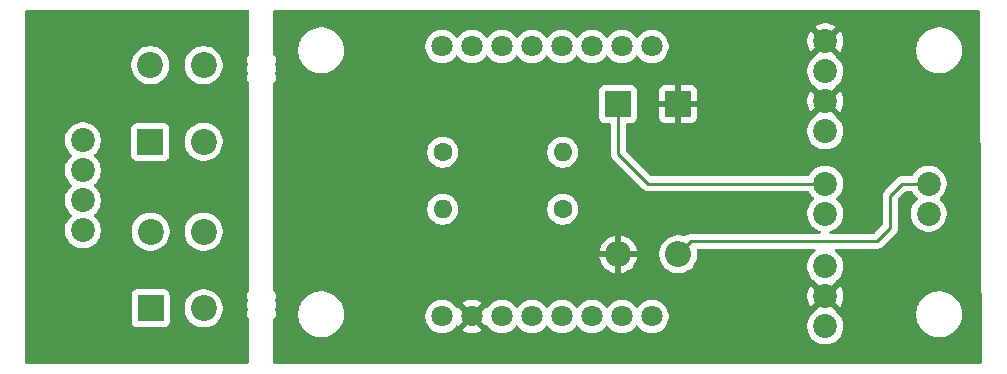
<source format=gbr>
G04 #@! TF.GenerationSoftware,KiCad,Pcbnew,9.0.1*
G04 #@! TF.CreationDate,2025-06-13T20:53:16+02:00*
G04 #@! TF.ProjectId,Hue_Ambience_clone,4875655f-416d-4626-9965-6e63655f636c,rev?*
G04 #@! TF.SameCoordinates,Original*
G04 #@! TF.FileFunction,Copper,L2,Bot*
G04 #@! TF.FilePolarity,Positive*
%FSLAX46Y46*%
G04 Gerber Fmt 4.6, Leading zero omitted, Abs format (unit mm)*
G04 Created by KiCad (PCBNEW 9.0.1) date 2025-06-13 20:53:16*
%MOMM*%
%LPD*%
G01*
G04 APERTURE LIST*
G04 #@! TA.AperFunction,ComponentPad*
%ADD10C,1.800000*%
G04 #@! TD*
G04 #@! TA.AperFunction,ComponentPad*
%ADD11O,2.200000X2.200000*%
G04 #@! TD*
G04 #@! TA.AperFunction,ComponentPad*
%ADD12R,2.200000X2.200000*%
G04 #@! TD*
G04 #@! TA.AperFunction,ComponentPad*
%ADD13C,2.020000*%
G04 #@! TD*
G04 #@! TA.AperFunction,ComponentPad*
%ADD14O,1.600000X1.600000*%
G04 #@! TD*
G04 #@! TA.AperFunction,ComponentPad*
%ADD15C,1.600000*%
G04 #@! TD*
G04 #@! TA.AperFunction,ComponentPad*
%ADD16C,2.200000*%
G04 #@! TD*
G04 #@! TA.AperFunction,Conductor*
%ADD17C,0.250000*%
G04 #@! TD*
G04 APERTURE END LIST*
D10*
X125292001Y-83123025D03*
X125292001Y-105983025D03*
X127832001Y-83123025D03*
X127832001Y-105983025D03*
X130372001Y-83123025D03*
X130372001Y-105983025D03*
X132912001Y-83123025D03*
X132912001Y-105983025D03*
X135452001Y-83123025D03*
X135452001Y-105983025D03*
X137992001Y-83123025D03*
X137992001Y-105983025D03*
X140532001Y-83123025D03*
X140532001Y-105983025D03*
X143072001Y-83123025D03*
X143072001Y-105983025D03*
D11*
X140208000Y-100711000D03*
D12*
X140208000Y-88011000D03*
D13*
X157734000Y-94742000D03*
X157734000Y-97282000D03*
X157734000Y-106807000D03*
X157734000Y-104267000D03*
X157734000Y-101727000D03*
X157734000Y-82677000D03*
X157734000Y-85217000D03*
X157734000Y-87757000D03*
X157734000Y-90297000D03*
D14*
X125349000Y-96901000D03*
D15*
X135509000Y-96901000D03*
X125349000Y-92075000D03*
D14*
X135509000Y-92075000D03*
D13*
X94889000Y-98691700D03*
X94889000Y-96151700D03*
X94889000Y-93611700D03*
X94889000Y-91071700D03*
D16*
X105114401Y-105295700D03*
X105114401Y-98795700D03*
X100614401Y-98795700D03*
D12*
X100614401Y-105295700D03*
X100604000Y-91198700D03*
D16*
X100604000Y-84698700D03*
X105104000Y-84698700D03*
X105104000Y-91198700D03*
D11*
X145288000Y-100711000D03*
D12*
X145288000Y-88011000D03*
D13*
X166497000Y-94742000D03*
X166497000Y-97282000D03*
D17*
X145288000Y-88011000D02*
X145288000Y-89361000D01*
X157734000Y-94742000D02*
X142742000Y-94742000D01*
X140208000Y-92208000D02*
X140208000Y-88011000D01*
X142742000Y-94742000D02*
X140208000Y-92208000D01*
X164258000Y-94742000D02*
X166497000Y-94742000D01*
X146387999Y-99611001D02*
X162138999Y-99611001D01*
X145288000Y-100711000D02*
X146387999Y-99611001D01*
X162138999Y-99611001D02*
X163250000Y-98500000D01*
X163250000Y-98500000D02*
X163250000Y-95750000D01*
X163250000Y-95750000D02*
X164258000Y-94742000D01*
G04 #@! TA.AperFunction,NonConductor*
G36*
X108916621Y-80045502D02*
G01*
X108963114Y-80099158D01*
X108974500Y-80151500D01*
X108974500Y-83095029D01*
X108983855Y-83145071D01*
X108986000Y-83168223D01*
X108986000Y-83754127D01*
X108965998Y-83822248D01*
X108947372Y-83842507D01*
X108948525Y-83843660D01*
X108849505Y-83942679D01*
X108849497Y-83942689D01*
X108783610Y-84056809D01*
X108783608Y-84056814D01*
X108749500Y-84184108D01*
X108749500Y-84315892D01*
X108751148Y-84322042D01*
X108783607Y-84443183D01*
X108783610Y-84443190D01*
X108852205Y-84562000D01*
X108868943Y-84630996D01*
X108852205Y-84688000D01*
X108783610Y-84806809D01*
X108783608Y-84806814D01*
X108749500Y-84934108D01*
X108749500Y-85065892D01*
X108752038Y-85075363D01*
X108783607Y-85193183D01*
X108783610Y-85193190D01*
X108852205Y-85312000D01*
X108868943Y-85380996D01*
X108852205Y-85438000D01*
X108783610Y-85556809D01*
X108783608Y-85556814D01*
X108749500Y-85684108D01*
X108749500Y-85815892D01*
X108774467Y-85909073D01*
X108783607Y-85943183D01*
X108783610Y-85943190D01*
X108849497Y-86057310D01*
X108849505Y-86057320D01*
X108948525Y-86156340D01*
X108946088Y-86158776D01*
X108978554Y-86203198D01*
X108986000Y-86245872D01*
X108986000Y-86831776D01*
X108983855Y-86854928D01*
X108974500Y-86904974D01*
X108974500Y-103095029D01*
X108983855Y-103145071D01*
X108986000Y-103168223D01*
X108986000Y-103754127D01*
X108965998Y-103822248D01*
X108947372Y-103842507D01*
X108948525Y-103843660D01*
X108849505Y-103942679D01*
X108849497Y-103942689D01*
X108783610Y-104056809D01*
X108783607Y-104056816D01*
X108780394Y-104068809D01*
X108749500Y-104184108D01*
X108749500Y-104315892D01*
X108774467Y-104409073D01*
X108783607Y-104443183D01*
X108783610Y-104443190D01*
X108852205Y-104562000D01*
X108868943Y-104630996D01*
X108852205Y-104688000D01*
X108783610Y-104806809D01*
X108783608Y-104806814D01*
X108749500Y-104934108D01*
X108749500Y-105065892D01*
X108774467Y-105159073D01*
X108783607Y-105193183D01*
X108783610Y-105193190D01*
X108852205Y-105312000D01*
X108868943Y-105380996D01*
X108852205Y-105438000D01*
X108783610Y-105556809D01*
X108783608Y-105556814D01*
X108749500Y-105684108D01*
X108749500Y-105815892D01*
X108774467Y-105909073D01*
X108783607Y-105943183D01*
X108783610Y-105943190D01*
X108849497Y-106057310D01*
X108849505Y-106057320D01*
X108948525Y-106156340D01*
X108946088Y-106158776D01*
X108978554Y-106203198D01*
X108986000Y-106245872D01*
X108986000Y-106831776D01*
X108983855Y-106854928D01*
X108975862Y-106897690D01*
X108974500Y-106904974D01*
X108974500Y-109848500D01*
X108954498Y-109916621D01*
X108900842Y-109963114D01*
X108848500Y-109974500D01*
X90151500Y-109974500D01*
X90083379Y-109954498D01*
X90036886Y-109900842D01*
X90025500Y-109848500D01*
X90025500Y-104147050D01*
X99005901Y-104147050D01*
X99005901Y-106444349D01*
X99012410Y-106504896D01*
X99012412Y-106504904D01*
X99063511Y-106641902D01*
X99063513Y-106641907D01*
X99151139Y-106758961D01*
X99268193Y-106846587D01*
X99268195Y-106846588D01*
X99268197Y-106846589D01*
X99316470Y-106864594D01*
X99405196Y-106897688D01*
X99405204Y-106897690D01*
X99465751Y-106904199D01*
X99465756Y-106904199D01*
X99465763Y-106904200D01*
X99465769Y-106904200D01*
X101763033Y-106904200D01*
X101763039Y-106904200D01*
X101763046Y-106904199D01*
X101763050Y-106904199D01*
X101823597Y-106897690D01*
X101823600Y-106897689D01*
X101823602Y-106897689D01*
X101960605Y-106846589D01*
X102077662Y-106758961D01*
X102165290Y-106641904D01*
X102216390Y-106504901D01*
X102222901Y-106444338D01*
X102222901Y-105169108D01*
X103505901Y-105169108D01*
X103505901Y-105422292D01*
X103545507Y-105672358D01*
X103545508Y-105672363D01*
X103549325Y-105684109D01*
X103623745Y-105913150D01*
X103729868Y-106121427D01*
X103738690Y-106138741D01*
X103751477Y-106156340D01*
X103887506Y-106343568D01*
X103887508Y-106343570D01*
X103887510Y-106343573D01*
X104066527Y-106522590D01*
X104066530Y-106522592D01*
X104066533Y-106522595D01*
X104271363Y-106671413D01*
X104496951Y-106786356D01*
X104737743Y-106864594D01*
X104987809Y-106904200D01*
X104987812Y-106904200D01*
X105240990Y-106904200D01*
X105240993Y-106904200D01*
X105491059Y-106864594D01*
X105731851Y-106786356D01*
X105957439Y-106671413D01*
X106162269Y-106522595D01*
X106341296Y-106343568D01*
X106490114Y-106138738D01*
X106605057Y-105913150D01*
X106683295Y-105672358D01*
X106722901Y-105422292D01*
X106722901Y-105169108D01*
X106683295Y-104919042D01*
X106605057Y-104678250D01*
X106490114Y-104452662D01*
X106341296Y-104247832D01*
X106341293Y-104247829D01*
X106341291Y-104247826D01*
X106162274Y-104068809D01*
X106162271Y-104068807D01*
X106162269Y-104068805D01*
X105988686Y-103942689D01*
X105957442Y-103919989D01*
X105957441Y-103919988D01*
X105957439Y-103919987D01*
X105731851Y-103805044D01*
X105731848Y-103805043D01*
X105731846Y-103805042D01*
X105491064Y-103726807D01*
X105491060Y-103726806D01*
X105491059Y-103726806D01*
X105240993Y-103687200D01*
X104987809Y-103687200D01*
X104737743Y-103726806D01*
X104737737Y-103726807D01*
X104496955Y-103805042D01*
X104496949Y-103805045D01*
X104271359Y-103919989D01*
X104066530Y-104068807D01*
X104066527Y-104068809D01*
X103887510Y-104247826D01*
X103887508Y-104247829D01*
X103738690Y-104452658D01*
X103623746Y-104678248D01*
X103623743Y-104678254D01*
X103545508Y-104919036D01*
X103545507Y-104919041D01*
X103545507Y-104919042D01*
X103505901Y-105169108D01*
X102222901Y-105169108D01*
X102222901Y-104147062D01*
X102222900Y-104147050D01*
X102216391Y-104086503D01*
X102216389Y-104086495D01*
X102165290Y-103949497D01*
X102165288Y-103949492D01*
X102077662Y-103832438D01*
X101960608Y-103744812D01*
X101960603Y-103744810D01*
X101823605Y-103693711D01*
X101823597Y-103693709D01*
X101763050Y-103687200D01*
X101763039Y-103687200D01*
X99465763Y-103687200D01*
X99465751Y-103687200D01*
X99405204Y-103693709D01*
X99405196Y-103693711D01*
X99268198Y-103744810D01*
X99268193Y-103744812D01*
X99151139Y-103832438D01*
X99063513Y-103949492D01*
X99063511Y-103949497D01*
X99012412Y-104086495D01*
X99012410Y-104086503D01*
X99005901Y-104147050D01*
X90025500Y-104147050D01*
X90025500Y-90952191D01*
X93370500Y-90952191D01*
X93370500Y-91191209D01*
X93407890Y-91427283D01*
X93407891Y-91427288D01*
X93481748Y-91654597D01*
X93481750Y-91654602D01*
X93590262Y-91867568D01*
X93730753Y-92060937D01*
X93730755Y-92060939D01*
X93730757Y-92060942D01*
X93899756Y-92229941D01*
X93899759Y-92229943D01*
X93899763Y-92229947D01*
X93913277Y-92239765D01*
X93956629Y-92295987D01*
X93962704Y-92366723D01*
X93929572Y-92429515D01*
X93913281Y-92443630D01*
X93901035Y-92452528D01*
X93899756Y-92453458D01*
X93730757Y-92622457D01*
X93730755Y-92622460D01*
X93590264Y-92815828D01*
X93481751Y-93028796D01*
X93481748Y-93028802D01*
X93407891Y-93256111D01*
X93407890Y-93256116D01*
X93407890Y-93256117D01*
X93370500Y-93492191D01*
X93370500Y-93731209D01*
X93407890Y-93967283D01*
X93407891Y-93967288D01*
X93481748Y-94194597D01*
X93481750Y-94194602D01*
X93590262Y-94407568D01*
X93730753Y-94600937D01*
X93730755Y-94600939D01*
X93730757Y-94600942D01*
X93899756Y-94769941D01*
X93899759Y-94769943D01*
X93899763Y-94769947D01*
X93913277Y-94779765D01*
X93956629Y-94835987D01*
X93962704Y-94906723D01*
X93929572Y-94969515D01*
X93913281Y-94983630D01*
X93901035Y-94992528D01*
X93899756Y-94993458D01*
X93730757Y-95162457D01*
X93730755Y-95162460D01*
X93590264Y-95355828D01*
X93481751Y-95568796D01*
X93481748Y-95568802D01*
X93407891Y-95796111D01*
X93407890Y-95796116D01*
X93407890Y-95796117D01*
X93370500Y-96032191D01*
X93370500Y-96271209D01*
X93407890Y-96507283D01*
X93407891Y-96507288D01*
X93481748Y-96734597D01*
X93481750Y-96734602D01*
X93590262Y-96947568D01*
X93730753Y-97140937D01*
X93730755Y-97140939D01*
X93730757Y-97140942D01*
X93899756Y-97309941D01*
X93899759Y-97309943D01*
X93899763Y-97309947D01*
X93913277Y-97319765D01*
X93956629Y-97375987D01*
X93962704Y-97446723D01*
X93929572Y-97509515D01*
X93913281Y-97523630D01*
X93901035Y-97532528D01*
X93899756Y-97533458D01*
X93730757Y-97702457D01*
X93730755Y-97702460D01*
X93590264Y-97895828D01*
X93481751Y-98108796D01*
X93481748Y-98108802D01*
X93407891Y-98336111D01*
X93407890Y-98336116D01*
X93407890Y-98336117D01*
X93370500Y-98572191D01*
X93370500Y-98811209D01*
X93388093Y-98922288D01*
X93407891Y-99047288D01*
X93481748Y-99274597D01*
X93481750Y-99274602D01*
X93590262Y-99487568D01*
X93730753Y-99680937D01*
X93730755Y-99680939D01*
X93730757Y-99680942D01*
X93899757Y-99849942D01*
X93899760Y-99849944D01*
X93899763Y-99849947D01*
X94093132Y-99990438D01*
X94306098Y-100098950D01*
X94533411Y-100172808D01*
X94533412Y-100172808D01*
X94533417Y-100172810D01*
X94769491Y-100210200D01*
X94769494Y-100210200D01*
X95008506Y-100210200D01*
X95008509Y-100210200D01*
X95244583Y-100172810D01*
X95471902Y-100098950D01*
X95684868Y-99990438D01*
X95878237Y-99849947D01*
X96047247Y-99680937D01*
X96187738Y-99487568D01*
X96296250Y-99274602D01*
X96370110Y-99047283D01*
X96407500Y-98811209D01*
X96407500Y-98669108D01*
X99005901Y-98669108D01*
X99005901Y-98922292D01*
X99045507Y-99172358D01*
X99045508Y-99172363D01*
X99078726Y-99274597D01*
X99123745Y-99413150D01*
X99238688Y-99638738D01*
X99387506Y-99843568D01*
X99387508Y-99843570D01*
X99387510Y-99843573D01*
X99566527Y-100022590D01*
X99566530Y-100022592D01*
X99566533Y-100022595D01*
X99771363Y-100171413D01*
X99996951Y-100286356D01*
X100237743Y-100364594D01*
X100487809Y-100404200D01*
X100487812Y-100404200D01*
X100740990Y-100404200D01*
X100740993Y-100404200D01*
X100991059Y-100364594D01*
X101231851Y-100286356D01*
X101457439Y-100171413D01*
X101662269Y-100022595D01*
X101841296Y-99843568D01*
X101990114Y-99638738D01*
X102105057Y-99413150D01*
X102183295Y-99172358D01*
X102222901Y-98922292D01*
X102222901Y-98669108D01*
X103505901Y-98669108D01*
X103505901Y-98922292D01*
X103545507Y-99172358D01*
X103545508Y-99172363D01*
X103578726Y-99274597D01*
X103623745Y-99413150D01*
X103738688Y-99638738D01*
X103887506Y-99843568D01*
X103887508Y-99843570D01*
X103887510Y-99843573D01*
X104066527Y-100022590D01*
X104066530Y-100022592D01*
X104066533Y-100022595D01*
X104271363Y-100171413D01*
X104496951Y-100286356D01*
X104737743Y-100364594D01*
X104987809Y-100404200D01*
X104987812Y-100404200D01*
X105240990Y-100404200D01*
X105240993Y-100404200D01*
X105491059Y-100364594D01*
X105731851Y-100286356D01*
X105957439Y-100171413D01*
X106162269Y-100022595D01*
X106341296Y-99843568D01*
X106490114Y-99638738D01*
X106605057Y-99413150D01*
X106683295Y-99172358D01*
X106722901Y-98922292D01*
X106722901Y-98669108D01*
X106683295Y-98419042D01*
X106605057Y-98178250D01*
X106490114Y-97952662D01*
X106341296Y-97747832D01*
X106341293Y-97747829D01*
X106341291Y-97747826D01*
X106162274Y-97568809D01*
X106162271Y-97568807D01*
X106162269Y-97568805D01*
X105957439Y-97419987D01*
X105731851Y-97305044D01*
X105731848Y-97305043D01*
X105731846Y-97305042D01*
X105491064Y-97226807D01*
X105491060Y-97226806D01*
X105491059Y-97226806D01*
X105240993Y-97187200D01*
X104987809Y-97187200D01*
X104737743Y-97226806D01*
X104737737Y-97226807D01*
X104496955Y-97305042D01*
X104496949Y-97305045D01*
X104271359Y-97419989D01*
X104066530Y-97568807D01*
X104066527Y-97568809D01*
X103887510Y-97747826D01*
X103887508Y-97747829D01*
X103738690Y-97952658D01*
X103623746Y-98178248D01*
X103623743Y-98178254D01*
X103545508Y-98419036D01*
X103545507Y-98419041D01*
X103545507Y-98419042D01*
X103505901Y-98669108D01*
X102222901Y-98669108D01*
X102183295Y-98419042D01*
X102105057Y-98178250D01*
X101990114Y-97952662D01*
X101841296Y-97747832D01*
X101841293Y-97747829D01*
X101841291Y-97747826D01*
X101662274Y-97568809D01*
X101662271Y-97568807D01*
X101662269Y-97568805D01*
X101457439Y-97419987D01*
X101231851Y-97305044D01*
X101231848Y-97305043D01*
X101231846Y-97305042D01*
X100991064Y-97226807D01*
X100991060Y-97226806D01*
X100991059Y-97226806D01*
X100740993Y-97187200D01*
X100487809Y-97187200D01*
X100237743Y-97226806D01*
X100237737Y-97226807D01*
X99996955Y-97305042D01*
X99996949Y-97305045D01*
X99771359Y-97419989D01*
X99566530Y-97568807D01*
X99566527Y-97568809D01*
X99387510Y-97747826D01*
X99387508Y-97747829D01*
X99238690Y-97952658D01*
X99123746Y-98178248D01*
X99123743Y-98178254D01*
X99045508Y-98419036D01*
X99045507Y-98419041D01*
X99045507Y-98419042D01*
X99005901Y-98669108D01*
X96407500Y-98669108D01*
X96407500Y-98572191D01*
X96370110Y-98336117D01*
X96296250Y-98108798D01*
X96187738Y-97895832D01*
X96047247Y-97702463D01*
X96047244Y-97702460D01*
X96047242Y-97702457D01*
X95878243Y-97533458D01*
X95878239Y-97533455D01*
X95878237Y-97533453D01*
X95864723Y-97523635D01*
X95821371Y-97467416D01*
X95815294Y-97396680D01*
X95848425Y-97333888D01*
X95864716Y-97319770D01*
X95878237Y-97309947D01*
X96047247Y-97140937D01*
X96187738Y-96947568D01*
X96296250Y-96734602D01*
X96370110Y-96507283D01*
X96407500Y-96271209D01*
X96407500Y-96032191D01*
X96370110Y-95796117D01*
X96296250Y-95568798D01*
X96187738Y-95355832D01*
X96047247Y-95162463D01*
X96047244Y-95162460D01*
X96047242Y-95162457D01*
X95878243Y-94993458D01*
X95878239Y-94993455D01*
X95878237Y-94993453D01*
X95864723Y-94983635D01*
X95821371Y-94927416D01*
X95815294Y-94856680D01*
X95848425Y-94793888D01*
X95864716Y-94779770D01*
X95878237Y-94769947D01*
X96047247Y-94600937D01*
X96187738Y-94407568D01*
X96296250Y-94194602D01*
X96370110Y-93967283D01*
X96407500Y-93731209D01*
X96407500Y-93492191D01*
X96370110Y-93256117D01*
X96296250Y-93028798D01*
X96187738Y-92815832D01*
X96047247Y-92622463D01*
X96047244Y-92622460D01*
X96047242Y-92622457D01*
X95878243Y-92453458D01*
X95878239Y-92453455D01*
X95878237Y-92453453D01*
X95864723Y-92443635D01*
X95821371Y-92387416D01*
X95815294Y-92316680D01*
X95848425Y-92253888D01*
X95864716Y-92239770D01*
X95878237Y-92229947D01*
X96047247Y-92060937D01*
X96187738Y-91867568D01*
X96296250Y-91654602D01*
X96370110Y-91427283D01*
X96407500Y-91191209D01*
X96407500Y-90952191D01*
X96370110Y-90716117D01*
X96296250Y-90488798D01*
X96187738Y-90275832D01*
X96047247Y-90082463D01*
X96047244Y-90082460D01*
X96047242Y-90082457D01*
X96014835Y-90050050D01*
X98995500Y-90050050D01*
X98995500Y-92347349D01*
X99002009Y-92407896D01*
X99002011Y-92407904D01*
X99053110Y-92544902D01*
X99053112Y-92544907D01*
X99140738Y-92661961D01*
X99257792Y-92749587D01*
X99257794Y-92749588D01*
X99257796Y-92749589D01*
X99306069Y-92767594D01*
X99394795Y-92800688D01*
X99394803Y-92800690D01*
X99455350Y-92807199D01*
X99455355Y-92807199D01*
X99455362Y-92807200D01*
X99455368Y-92807200D01*
X101752632Y-92807200D01*
X101752638Y-92807200D01*
X101752645Y-92807199D01*
X101752649Y-92807199D01*
X101813196Y-92800690D01*
X101813199Y-92800689D01*
X101813201Y-92800689D01*
X101950204Y-92749589D01*
X102067261Y-92661961D01*
X102154889Y-92544904D01*
X102205989Y-92407901D01*
X102208192Y-92387416D01*
X102212499Y-92347349D01*
X102212500Y-92347332D01*
X102212500Y-91072108D01*
X103495500Y-91072108D01*
X103495500Y-91325292D01*
X103535106Y-91575358D01*
X103535107Y-91575363D01*
X103560854Y-91654603D01*
X103613344Y-91816150D01*
X103728287Y-92041738D01*
X103728289Y-92041741D01*
X103765083Y-92092383D01*
X103877105Y-92246568D01*
X103877107Y-92246570D01*
X103877109Y-92246573D01*
X104056126Y-92425590D01*
X104056129Y-92425592D01*
X104056132Y-92425595D01*
X104260962Y-92574413D01*
X104486550Y-92689356D01*
X104727342Y-92767594D01*
X104977408Y-92807200D01*
X104977411Y-92807200D01*
X105230589Y-92807200D01*
X105230592Y-92807200D01*
X105480658Y-92767594D01*
X105721450Y-92689356D01*
X105947038Y-92574413D01*
X106151868Y-92425595D01*
X106330895Y-92246568D01*
X106479713Y-92041738D01*
X106594656Y-91816150D01*
X106672894Y-91575358D01*
X106712500Y-91325292D01*
X106712500Y-91072108D01*
X106672894Y-90822042D01*
X106594656Y-90581250D01*
X106479713Y-90355662D01*
X106330895Y-90150832D01*
X106330892Y-90150829D01*
X106330890Y-90150826D01*
X106151873Y-89971809D01*
X106151870Y-89971807D01*
X106151868Y-89971805D01*
X105947038Y-89822987D01*
X105721450Y-89708044D01*
X105721447Y-89708043D01*
X105721445Y-89708042D01*
X105480663Y-89629807D01*
X105480659Y-89629806D01*
X105480658Y-89629806D01*
X105230592Y-89590200D01*
X104977408Y-89590200D01*
X104727342Y-89629806D01*
X104727336Y-89629807D01*
X104486554Y-89708042D01*
X104486548Y-89708045D01*
X104260958Y-89822989D01*
X104056129Y-89971807D01*
X104056126Y-89971809D01*
X103877109Y-90150826D01*
X103877107Y-90150829D01*
X103728289Y-90355658D01*
X103613345Y-90581248D01*
X103613342Y-90581254D01*
X103535107Y-90822036D01*
X103535106Y-90822041D01*
X103535106Y-90822042D01*
X103495500Y-91072108D01*
X102212500Y-91072108D01*
X102212500Y-90050067D01*
X102212499Y-90050050D01*
X102205990Y-89989503D01*
X102205988Y-89989495D01*
X102154889Y-89852497D01*
X102154887Y-89852492D01*
X102067261Y-89735438D01*
X101950207Y-89647812D01*
X101950202Y-89647810D01*
X101813204Y-89596711D01*
X101813196Y-89596709D01*
X101752649Y-89590200D01*
X101752638Y-89590200D01*
X99455362Y-89590200D01*
X99455350Y-89590200D01*
X99394803Y-89596709D01*
X99394795Y-89596711D01*
X99257797Y-89647810D01*
X99257792Y-89647812D01*
X99140738Y-89735438D01*
X99053112Y-89852492D01*
X99053110Y-89852497D01*
X99002011Y-89989495D01*
X99002009Y-89989503D01*
X98995500Y-90050050D01*
X96014835Y-90050050D01*
X95878242Y-89913457D01*
X95878239Y-89913455D01*
X95878237Y-89913453D01*
X95684868Y-89772962D01*
X95471902Y-89664450D01*
X95471899Y-89664449D01*
X95471897Y-89664448D01*
X95244586Y-89590591D01*
X95244590Y-89590591D01*
X95200643Y-89583630D01*
X95008509Y-89553200D01*
X94769491Y-89553200D01*
X94533417Y-89590590D01*
X94533411Y-89590591D01*
X94306102Y-89664448D01*
X94306096Y-89664451D01*
X94093128Y-89772964D01*
X93899760Y-89913455D01*
X93899757Y-89913457D01*
X93730757Y-90082457D01*
X93730755Y-90082460D01*
X93590264Y-90275828D01*
X93481751Y-90488796D01*
X93481748Y-90488802D01*
X93407891Y-90716111D01*
X93407890Y-90716116D01*
X93407890Y-90716117D01*
X93370500Y-90952191D01*
X90025500Y-90952191D01*
X90025500Y-84572108D01*
X98995500Y-84572108D01*
X98995500Y-84825292D01*
X99033607Y-85065892D01*
X99035107Y-85075363D01*
X99113342Y-85316145D01*
X99113344Y-85316150D01*
X99228287Y-85541738D01*
X99377105Y-85746568D01*
X99377107Y-85746570D01*
X99377109Y-85746573D01*
X99556126Y-85925590D01*
X99556129Y-85925592D01*
X99556132Y-85925595D01*
X99760962Y-86074413D01*
X99986550Y-86189356D01*
X100227342Y-86267594D01*
X100477408Y-86307200D01*
X100477411Y-86307200D01*
X100730589Y-86307200D01*
X100730592Y-86307200D01*
X100980658Y-86267594D01*
X101221450Y-86189356D01*
X101447038Y-86074413D01*
X101651868Y-85925595D01*
X101830895Y-85746568D01*
X101979713Y-85541738D01*
X102094656Y-85316150D01*
X102172894Y-85075358D01*
X102212500Y-84825292D01*
X102212500Y-84572108D01*
X103495500Y-84572108D01*
X103495500Y-84825292D01*
X103533607Y-85065892D01*
X103535107Y-85075363D01*
X103613342Y-85316145D01*
X103613344Y-85316150D01*
X103728287Y-85541738D01*
X103877105Y-85746568D01*
X103877107Y-85746570D01*
X103877109Y-85746573D01*
X104056126Y-85925590D01*
X104056129Y-85925592D01*
X104056132Y-85925595D01*
X104260962Y-86074413D01*
X104486550Y-86189356D01*
X104727342Y-86267594D01*
X104977408Y-86307200D01*
X104977411Y-86307200D01*
X105230589Y-86307200D01*
X105230592Y-86307200D01*
X105480658Y-86267594D01*
X105721450Y-86189356D01*
X105947038Y-86074413D01*
X106151868Y-85925595D01*
X106330895Y-85746568D01*
X106479713Y-85541738D01*
X106594656Y-85316150D01*
X106672894Y-85075358D01*
X106712500Y-84825292D01*
X106712500Y-84572108D01*
X106672894Y-84322042D01*
X106594656Y-84081250D01*
X106479713Y-83855662D01*
X106330895Y-83650832D01*
X106330892Y-83650829D01*
X106330890Y-83650826D01*
X106151873Y-83471809D01*
X106151870Y-83471807D01*
X106151868Y-83471805D01*
X105947038Y-83322987D01*
X105721450Y-83208044D01*
X105721447Y-83208043D01*
X105721445Y-83208042D01*
X105480663Y-83129807D01*
X105480659Y-83129806D01*
X105480658Y-83129806D01*
X105230592Y-83090200D01*
X104977408Y-83090200D01*
X104727342Y-83129806D01*
X104727336Y-83129807D01*
X104486554Y-83208042D01*
X104486548Y-83208045D01*
X104260958Y-83322989D01*
X104056129Y-83471807D01*
X104056126Y-83471809D01*
X103877109Y-83650826D01*
X103877107Y-83650829D01*
X103728289Y-83855658D01*
X103613345Y-84081248D01*
X103613342Y-84081254D01*
X103535107Y-84322036D01*
X103535106Y-84322041D01*
X103535106Y-84322042D01*
X103495500Y-84572108D01*
X102212500Y-84572108D01*
X102172894Y-84322042D01*
X102094656Y-84081250D01*
X101979713Y-83855662D01*
X101830895Y-83650832D01*
X101830892Y-83650829D01*
X101830890Y-83650826D01*
X101651873Y-83471809D01*
X101651870Y-83471807D01*
X101651868Y-83471805D01*
X101447038Y-83322987D01*
X101221450Y-83208044D01*
X101221447Y-83208043D01*
X101221445Y-83208042D01*
X100980663Y-83129807D01*
X100980659Y-83129806D01*
X100980658Y-83129806D01*
X100730592Y-83090200D01*
X100477408Y-83090200D01*
X100227342Y-83129806D01*
X100227336Y-83129807D01*
X99986554Y-83208042D01*
X99986548Y-83208045D01*
X99760958Y-83322989D01*
X99556129Y-83471807D01*
X99556126Y-83471809D01*
X99377109Y-83650826D01*
X99377107Y-83650829D01*
X99228289Y-83855658D01*
X99113345Y-84081248D01*
X99113342Y-84081254D01*
X99035107Y-84322036D01*
X99035106Y-84322041D01*
X99035106Y-84322042D01*
X98995500Y-84572108D01*
X90025500Y-84572108D01*
X90025500Y-80151500D01*
X90045502Y-80083379D01*
X90099158Y-80036886D01*
X90151500Y-80025500D01*
X108848500Y-80025500D01*
X108916621Y-80045502D01*
G37*
G04 #@! TD.AperFunction*
G04 #@! TA.AperFunction,Conductor*
G36*
X170757991Y-80045502D02*
G01*
X170804484Y-80099158D01*
X170815868Y-80150723D01*
X170952562Y-102309897D01*
X170972636Y-105564154D01*
X170974498Y-105865918D01*
X170974500Y-105866695D01*
X170974500Y-109848500D01*
X170954498Y-109916621D01*
X170900842Y-109963114D01*
X170848500Y-109974500D01*
X111151500Y-109974500D01*
X111083379Y-109954498D01*
X111036886Y-109900842D01*
X111025500Y-109848500D01*
X111025500Y-106904977D01*
X111025500Y-106904973D01*
X111007724Y-106809884D01*
X111000145Y-106769337D01*
X110998000Y-106746185D01*
X110998000Y-106257491D01*
X111018002Y-106189370D01*
X111051917Y-106157032D01*
X111050762Y-106155527D01*
X111057306Y-106150504D01*
X111057314Y-106150500D01*
X111150500Y-106057314D01*
X111216392Y-105943186D01*
X111250500Y-105815892D01*
X111250500Y-105684108D01*
X111245163Y-105664188D01*
X113127271Y-105664188D01*
X113127271Y-105917811D01*
X113160373Y-106169249D01*
X113160374Y-106169255D01*
X113160375Y-106169257D01*
X113226016Y-106414233D01*
X113323071Y-106648545D01*
X113323072Y-106648546D01*
X113323077Y-106648556D01*
X113449877Y-106868180D01*
X113449882Y-106868187D01*
X113604265Y-107069383D01*
X113604284Y-107069404D01*
X113783595Y-107248715D01*
X113783616Y-107248734D01*
X113969705Y-107391525D01*
X113984816Y-107403120D01*
X114204455Y-107529929D01*
X114438767Y-107626984D01*
X114683743Y-107692625D01*
X114683749Y-107692625D01*
X114683750Y-107692626D01*
X114712601Y-107696424D01*
X114935191Y-107725729D01*
X114935198Y-107725729D01*
X115188802Y-107725729D01*
X115188809Y-107725729D01*
X115440257Y-107692625D01*
X115685233Y-107626984D01*
X115919545Y-107529929D01*
X116139184Y-107403120D01*
X116340392Y-107248727D01*
X116519727Y-107069392D01*
X116674120Y-106868184D01*
X116800929Y-106648545D01*
X116897984Y-106414233D01*
X116963625Y-106169257D01*
X116996729Y-105917809D01*
X116996729Y-105872174D01*
X123883501Y-105872174D01*
X123883501Y-106093876D01*
X123917878Y-106310924D01*
X123918184Y-106312854D01*
X123965539Y-106458597D01*
X123986693Y-106523701D01*
X124070150Y-106687494D01*
X124087346Y-106721243D01*
X124217659Y-106900603D01*
X124374422Y-107057366D01*
X124390991Y-107069404D01*
X124553786Y-107187682D01*
X124751325Y-107288333D01*
X124962177Y-107356843D01*
X125181150Y-107391525D01*
X125181153Y-107391525D01*
X125402849Y-107391525D01*
X125402852Y-107391525D01*
X125621825Y-107356843D01*
X125832677Y-107288333D01*
X126030216Y-107187682D01*
X126209577Y-107057368D01*
X126233916Y-107033029D01*
X126261863Y-107005083D01*
X126366339Y-106900606D01*
X126366344Y-106900601D01*
X126460375Y-106771177D01*
X126516595Y-106727826D01*
X126587331Y-106721751D01*
X126650123Y-106754882D01*
X126664244Y-106771179D01*
X126672824Y-106782988D01*
X126672825Y-106782988D01*
X127341310Y-106114503D01*
X127358620Y-106179106D01*
X127425499Y-106294945D01*
X127520081Y-106389527D01*
X127635920Y-106456406D01*
X127700519Y-106473715D01*
X127032036Y-107142198D01*
X127032036Y-107142199D01*
X127094048Y-107187254D01*
X127291515Y-107287868D01*
X127291517Y-107287869D01*
X127502290Y-107356354D01*
X127721192Y-107391025D01*
X127942810Y-107391025D01*
X128161711Y-107356354D01*
X128372484Y-107287869D01*
X128372486Y-107287868D01*
X128569955Y-107187253D01*
X128569957Y-107187252D01*
X128631964Y-107142200D01*
X128631965Y-107142199D01*
X127963481Y-106473715D01*
X128028082Y-106456406D01*
X128143921Y-106389527D01*
X128238503Y-106294945D01*
X128305382Y-106179106D01*
X128322691Y-106114504D01*
X128991175Y-106782988D01*
X128999755Y-106771180D01*
X129055977Y-106727826D01*
X129126714Y-106721751D01*
X129189505Y-106754883D01*
X129203626Y-106771178D01*
X129297658Y-106900601D01*
X129297660Y-106900603D01*
X129297663Y-106900607D01*
X129454422Y-107057366D01*
X129470991Y-107069404D01*
X129633786Y-107187682D01*
X129831325Y-107288333D01*
X130042177Y-107356843D01*
X130261150Y-107391525D01*
X130261153Y-107391525D01*
X130482849Y-107391525D01*
X130482852Y-107391525D01*
X130701825Y-107356843D01*
X130912677Y-107288333D01*
X131110216Y-107187682D01*
X131289577Y-107057368D01*
X131446344Y-106900601D01*
X131540066Y-106771604D01*
X131596287Y-106728251D01*
X131667023Y-106722176D01*
X131729815Y-106755307D01*
X131743933Y-106771601D01*
X131837658Y-106900601D01*
X131837660Y-106900603D01*
X131837662Y-106900606D01*
X131994422Y-107057366D01*
X132010991Y-107069404D01*
X132173786Y-107187682D01*
X132371325Y-107288333D01*
X132582177Y-107356843D01*
X132801150Y-107391525D01*
X132801153Y-107391525D01*
X133022849Y-107391525D01*
X133022852Y-107391525D01*
X133241825Y-107356843D01*
X133452677Y-107288333D01*
X133650216Y-107187682D01*
X133829577Y-107057368D01*
X133986344Y-106900601D01*
X134080066Y-106771604D01*
X134136287Y-106728251D01*
X134207023Y-106722176D01*
X134269815Y-106755307D01*
X134283933Y-106771601D01*
X134377658Y-106900601D01*
X134377660Y-106900603D01*
X134377662Y-106900606D01*
X134534422Y-107057366D01*
X134550991Y-107069404D01*
X134713786Y-107187682D01*
X134911325Y-107288333D01*
X135122177Y-107356843D01*
X135341150Y-107391525D01*
X135341153Y-107391525D01*
X135562849Y-107391525D01*
X135562852Y-107391525D01*
X135781825Y-107356843D01*
X135992677Y-107288333D01*
X136190216Y-107187682D01*
X136369577Y-107057368D01*
X136526344Y-106900601D01*
X136620066Y-106771604D01*
X136676287Y-106728251D01*
X136747023Y-106722176D01*
X136809815Y-106755307D01*
X136823933Y-106771601D01*
X136917658Y-106900601D01*
X136917660Y-106900603D01*
X136917662Y-106900606D01*
X137074422Y-107057366D01*
X137090991Y-107069404D01*
X137253786Y-107187682D01*
X137451325Y-107288333D01*
X137662177Y-107356843D01*
X137881150Y-107391525D01*
X137881153Y-107391525D01*
X138102849Y-107391525D01*
X138102852Y-107391525D01*
X138321825Y-107356843D01*
X138532677Y-107288333D01*
X138730216Y-107187682D01*
X138909577Y-107057368D01*
X139066344Y-106900601D01*
X139160066Y-106771604D01*
X139216287Y-106728251D01*
X139287023Y-106722176D01*
X139349815Y-106755307D01*
X139363933Y-106771601D01*
X139457658Y-106900601D01*
X139457660Y-106900603D01*
X139457662Y-106900606D01*
X139614422Y-107057366D01*
X139630991Y-107069404D01*
X139793786Y-107187682D01*
X139991325Y-107288333D01*
X140202177Y-107356843D01*
X140421150Y-107391525D01*
X140421153Y-107391525D01*
X140642849Y-107391525D01*
X140642852Y-107391525D01*
X140861825Y-107356843D01*
X141072677Y-107288333D01*
X141270216Y-107187682D01*
X141449577Y-107057368D01*
X141606344Y-106900601D01*
X141700066Y-106771604D01*
X141756287Y-106728251D01*
X141827023Y-106722176D01*
X141889815Y-106755307D01*
X141903933Y-106771601D01*
X141997658Y-106900601D01*
X141997660Y-106900603D01*
X141997662Y-106900606D01*
X142154422Y-107057366D01*
X142170991Y-107069404D01*
X142333786Y-107187682D01*
X142531325Y-107288333D01*
X142742177Y-107356843D01*
X142961150Y-107391525D01*
X142961153Y-107391525D01*
X143182849Y-107391525D01*
X143182852Y-107391525D01*
X143401825Y-107356843D01*
X143612677Y-107288333D01*
X143810216Y-107187682D01*
X143989577Y-107057368D01*
X144146344Y-106900601D01*
X144276658Y-106721240D01*
X144377309Y-106523701D01*
X144445819Y-106312849D01*
X144480501Y-106093876D01*
X144480501Y-105872174D01*
X144445819Y-105653201D01*
X144377309Y-105442349D01*
X144276658Y-105244810D01*
X144146666Y-105065892D01*
X144146342Y-105065446D01*
X143989579Y-104908683D01*
X143810219Y-104778370D01*
X143810218Y-104778369D01*
X143810216Y-104778368D01*
X143612677Y-104677717D01*
X143612674Y-104677716D01*
X143612672Y-104677715D01*
X143401830Y-104609208D01*
X143401826Y-104609207D01*
X143401825Y-104609207D01*
X143182852Y-104574525D01*
X142961150Y-104574525D01*
X142742177Y-104609207D01*
X142742171Y-104609208D01*
X142531329Y-104677715D01*
X142531323Y-104677718D01*
X142333782Y-104778370D01*
X142154422Y-104908683D01*
X141997659Y-105065446D01*
X141903937Y-105194444D01*
X141847714Y-105237798D01*
X141776978Y-105243873D01*
X141714186Y-105210741D01*
X141700065Y-105194444D01*
X141606342Y-105065446D01*
X141449579Y-104908683D01*
X141270219Y-104778370D01*
X141270218Y-104778369D01*
X141270216Y-104778368D01*
X141072677Y-104677717D01*
X141072674Y-104677716D01*
X141072672Y-104677715D01*
X140861830Y-104609208D01*
X140861826Y-104609207D01*
X140861825Y-104609207D01*
X140642852Y-104574525D01*
X140421150Y-104574525D01*
X140202177Y-104609207D01*
X140202171Y-104609208D01*
X139991329Y-104677715D01*
X139991323Y-104677718D01*
X139793782Y-104778370D01*
X139614422Y-104908683D01*
X139457659Y-105065446D01*
X139363937Y-105194444D01*
X139307714Y-105237798D01*
X139236978Y-105243873D01*
X139174186Y-105210741D01*
X139160065Y-105194444D01*
X139066342Y-105065446D01*
X138909579Y-104908683D01*
X138730219Y-104778370D01*
X138730218Y-104778369D01*
X138730216Y-104778368D01*
X138532677Y-104677717D01*
X138532674Y-104677716D01*
X138532672Y-104677715D01*
X138321830Y-104609208D01*
X138321826Y-104609207D01*
X138321825Y-104609207D01*
X138102852Y-104574525D01*
X137881150Y-104574525D01*
X137662177Y-104609207D01*
X137662171Y-104609208D01*
X137451329Y-104677715D01*
X137451323Y-104677718D01*
X137253782Y-104778370D01*
X137074422Y-104908683D01*
X136917659Y-105065446D01*
X136823937Y-105194444D01*
X136767714Y-105237798D01*
X136696978Y-105243873D01*
X136634186Y-105210741D01*
X136620065Y-105194444D01*
X136526342Y-105065446D01*
X136369579Y-104908683D01*
X136190219Y-104778370D01*
X136190218Y-104778369D01*
X136190216Y-104778368D01*
X135992677Y-104677717D01*
X135992674Y-104677716D01*
X135992672Y-104677715D01*
X135781830Y-104609208D01*
X135781826Y-104609207D01*
X135781825Y-104609207D01*
X135562852Y-104574525D01*
X135341150Y-104574525D01*
X135122177Y-104609207D01*
X135122171Y-104609208D01*
X134911329Y-104677715D01*
X134911323Y-104677718D01*
X134713782Y-104778370D01*
X134534422Y-104908683D01*
X134377659Y-105065446D01*
X134283937Y-105194444D01*
X134227714Y-105237798D01*
X134156978Y-105243873D01*
X134094186Y-105210741D01*
X134080065Y-105194444D01*
X133986342Y-105065446D01*
X133829579Y-104908683D01*
X133650219Y-104778370D01*
X133650218Y-104778369D01*
X133650216Y-104778368D01*
X133452677Y-104677717D01*
X133452674Y-104677716D01*
X133452672Y-104677715D01*
X133241830Y-104609208D01*
X133241826Y-104609207D01*
X133241825Y-104609207D01*
X133022852Y-104574525D01*
X132801150Y-104574525D01*
X132582177Y-104609207D01*
X132582171Y-104609208D01*
X132371329Y-104677715D01*
X132371323Y-104677718D01*
X132173782Y-104778370D01*
X131994422Y-104908683D01*
X131837659Y-105065446D01*
X131743937Y-105194444D01*
X131687714Y-105237798D01*
X131616978Y-105243873D01*
X131554186Y-105210741D01*
X131540065Y-105194444D01*
X131446342Y-105065446D01*
X131289579Y-104908683D01*
X131110219Y-104778370D01*
X131110218Y-104778369D01*
X131110216Y-104778368D01*
X130912677Y-104677717D01*
X130912674Y-104677716D01*
X130912672Y-104677715D01*
X130701830Y-104609208D01*
X130701826Y-104609207D01*
X130701825Y-104609207D01*
X130482852Y-104574525D01*
X130261150Y-104574525D01*
X130042177Y-104609207D01*
X130042171Y-104609208D01*
X129831329Y-104677715D01*
X129831323Y-104677718D01*
X129633782Y-104778370D01*
X129454422Y-104908683D01*
X129297659Y-105065446D01*
X129203628Y-105194869D01*
X129147405Y-105238223D01*
X129076669Y-105244298D01*
X129013877Y-105211166D01*
X128999757Y-105194870D01*
X128991176Y-105183060D01*
X128991174Y-105183060D01*
X128322691Y-105851543D01*
X128305382Y-105786944D01*
X128238503Y-105671105D01*
X128143921Y-105576523D01*
X128028082Y-105509644D01*
X127963480Y-105492334D01*
X128631964Y-104823849D01*
X128569953Y-104778795D01*
X128372486Y-104678181D01*
X128372484Y-104678180D01*
X128161711Y-104609695D01*
X127942810Y-104575025D01*
X127721192Y-104575025D01*
X127502290Y-104609695D01*
X127291517Y-104678180D01*
X127291515Y-104678181D01*
X127094044Y-104778797D01*
X127032036Y-104823848D01*
X127032036Y-104823850D01*
X127700520Y-105492334D01*
X127635920Y-105509644D01*
X127520081Y-105576523D01*
X127425499Y-105671105D01*
X127358620Y-105786944D01*
X127341310Y-105851544D01*
X126672826Y-105183060D01*
X126672824Y-105183060D01*
X126664245Y-105194869D01*
X126608022Y-105238222D01*
X126537286Y-105244297D01*
X126474494Y-105211165D01*
X126460373Y-105194868D01*
X126366342Y-105065446D01*
X126209579Y-104908683D01*
X126030219Y-104778370D01*
X126030218Y-104778369D01*
X126030216Y-104778368D01*
X125832677Y-104677717D01*
X125832674Y-104677716D01*
X125832672Y-104677715D01*
X125621830Y-104609208D01*
X125621826Y-104609207D01*
X125621825Y-104609207D01*
X125402852Y-104574525D01*
X125181150Y-104574525D01*
X124962177Y-104609207D01*
X124962171Y-104609208D01*
X124751329Y-104677715D01*
X124751323Y-104677718D01*
X124553782Y-104778370D01*
X124374422Y-104908683D01*
X124217659Y-105065446D01*
X124087346Y-105244806D01*
X123986694Y-105442347D01*
X123986691Y-105442353D01*
X123918184Y-105653195D01*
X123918183Y-105653200D01*
X123918183Y-105653201D01*
X123883501Y-105872174D01*
X116996729Y-105872174D01*
X116996729Y-105664191D01*
X116963625Y-105412743D01*
X116897984Y-105167767D01*
X116800929Y-104933455D01*
X116711636Y-104778795D01*
X116674122Y-104713819D01*
X116674117Y-104713812D01*
X116519734Y-104512616D01*
X116519715Y-104512595D01*
X116340404Y-104333284D01*
X116340383Y-104333265D01*
X116222150Y-104242542D01*
X116139187Y-104178882D01*
X116139180Y-104178877D01*
X115919556Y-104052077D01*
X115919551Y-104052074D01*
X115919545Y-104052071D01*
X115685233Y-103955016D01*
X115440257Y-103889375D01*
X115440255Y-103889374D01*
X115440249Y-103889373D01*
X115188811Y-103856271D01*
X115188809Y-103856271D01*
X114935191Y-103856271D01*
X114935188Y-103856271D01*
X114683750Y-103889373D01*
X114484809Y-103942679D01*
X114438767Y-103955016D01*
X114300334Y-104012357D01*
X114204453Y-104052072D01*
X114204443Y-104052077D01*
X113984819Y-104178877D01*
X113984812Y-104178882D01*
X113783616Y-104333265D01*
X113783595Y-104333284D01*
X113604284Y-104512595D01*
X113604265Y-104512616D01*
X113449882Y-104713812D01*
X113449877Y-104713819D01*
X113323077Y-104933443D01*
X113323072Y-104933453D01*
X113226016Y-105167767D01*
X113160373Y-105412750D01*
X113127271Y-105664188D01*
X111245163Y-105664188D01*
X111216392Y-105556814D01*
X111150500Y-105442686D01*
X111150498Y-105442684D01*
X111147794Y-105438000D01*
X111131056Y-105369005D01*
X111147794Y-105312000D01*
X111150498Y-105307315D01*
X111150500Y-105307314D01*
X111216392Y-105193186D01*
X111250500Y-105065892D01*
X111250500Y-104934108D01*
X111216392Y-104806814D01*
X111150500Y-104692686D01*
X111150498Y-104692684D01*
X111147794Y-104688000D01*
X111131056Y-104619005D01*
X111147794Y-104562000D01*
X111150498Y-104557315D01*
X111150500Y-104557314D01*
X111216392Y-104443186D01*
X111250500Y-104315892D01*
X111250500Y-104184108D01*
X111216392Y-104056814D01*
X111157619Y-103955016D01*
X111150502Y-103942689D01*
X111150494Y-103942679D01*
X111057321Y-103849506D01*
X111057316Y-103849502D01*
X111057314Y-103849500D01*
X111057310Y-103849498D01*
X111050764Y-103844475D01*
X111052285Y-103842491D01*
X111012003Y-103800238D01*
X110998000Y-103742509D01*
X110998000Y-103253808D01*
X111000146Y-103230654D01*
X111025500Y-103095027D01*
X111025500Y-103000000D01*
X111025500Y-102991715D01*
X111025500Y-100457000D01*
X138620186Y-100457000D01*
X139719562Y-100457000D01*
X139695482Y-100498708D01*
X139658000Y-100638591D01*
X139658000Y-100783409D01*
X139695482Y-100923292D01*
X139719562Y-100965000D01*
X138620186Y-100965000D01*
X138639596Y-101087545D01*
X138717806Y-101328253D01*
X138717809Y-101328259D01*
X138832717Y-101553779D01*
X138981488Y-101758544D01*
X138981490Y-101758547D01*
X139160452Y-101937509D01*
X139160455Y-101937511D01*
X139365220Y-102086282D01*
X139590740Y-102201190D01*
X139590746Y-102201193D01*
X139831454Y-102279403D01*
X139831453Y-102279403D01*
X139954000Y-102298812D01*
X139954000Y-101199438D01*
X139995708Y-101223518D01*
X140135591Y-101261000D01*
X140280409Y-101261000D01*
X140420292Y-101223518D01*
X140462000Y-101199438D01*
X140462000Y-102298812D01*
X140584545Y-102279403D01*
X140825253Y-102201193D01*
X140825259Y-102201190D01*
X141050779Y-102086282D01*
X141255544Y-101937511D01*
X141255547Y-101937509D01*
X141434509Y-101758547D01*
X141434511Y-101758544D01*
X141583282Y-101553779D01*
X141698190Y-101328259D01*
X141698193Y-101328253D01*
X141776403Y-101087545D01*
X141795814Y-100965000D01*
X140696438Y-100965000D01*
X140720518Y-100923292D01*
X140758000Y-100783409D01*
X140758000Y-100638591D01*
X140720518Y-100498708D01*
X140696438Y-100457000D01*
X141795813Y-100457000D01*
X141776403Y-100334454D01*
X141698193Y-100093746D01*
X141698190Y-100093740D01*
X141583282Y-99868220D01*
X141434511Y-99663455D01*
X141434509Y-99663452D01*
X141255547Y-99484490D01*
X141255544Y-99484488D01*
X141050779Y-99335717D01*
X140825259Y-99220809D01*
X140825253Y-99220806D01*
X140584545Y-99142596D01*
X140462000Y-99123186D01*
X140462000Y-100222561D01*
X140420292Y-100198482D01*
X140280409Y-100161000D01*
X140135591Y-100161000D01*
X139995708Y-100198482D01*
X139954000Y-100222561D01*
X139954000Y-99123186D01*
X139831454Y-99142596D01*
X139590746Y-99220806D01*
X139590740Y-99220809D01*
X139365220Y-99335717D01*
X139160455Y-99484488D01*
X139160452Y-99484490D01*
X138981490Y-99663452D01*
X138981488Y-99663455D01*
X138832717Y-99868220D01*
X138717809Y-100093740D01*
X138717806Y-100093746D01*
X138639596Y-100334454D01*
X138620186Y-100457000D01*
X111025500Y-100457000D01*
X111025500Y-96798019D01*
X124040500Y-96798019D01*
X124040500Y-97003981D01*
X124072720Y-97207408D01*
X124136366Y-97403290D01*
X124229871Y-97586803D01*
X124350932Y-97753430D01*
X124350934Y-97753432D01*
X124350936Y-97753435D01*
X124496564Y-97899063D01*
X124496567Y-97899065D01*
X124496570Y-97899068D01*
X124663197Y-98020129D01*
X124846710Y-98113634D01*
X125042592Y-98177280D01*
X125246019Y-98209500D01*
X125246022Y-98209500D01*
X125451978Y-98209500D01*
X125451981Y-98209500D01*
X125655408Y-98177280D01*
X125851290Y-98113634D01*
X126034803Y-98020129D01*
X126201430Y-97899068D01*
X126347068Y-97753430D01*
X126468129Y-97586803D01*
X126561634Y-97403290D01*
X126625280Y-97207408D01*
X126657500Y-97003981D01*
X126657500Y-96798019D01*
X134200500Y-96798019D01*
X134200500Y-97003981D01*
X134232720Y-97207408D01*
X134296366Y-97403290D01*
X134389871Y-97586803D01*
X134510932Y-97753430D01*
X134510934Y-97753432D01*
X134510936Y-97753435D01*
X134656564Y-97899063D01*
X134656567Y-97899065D01*
X134656570Y-97899068D01*
X134823197Y-98020129D01*
X135006710Y-98113634D01*
X135202592Y-98177280D01*
X135406019Y-98209500D01*
X135406022Y-98209500D01*
X135611978Y-98209500D01*
X135611981Y-98209500D01*
X135815408Y-98177280D01*
X136011290Y-98113634D01*
X136194803Y-98020129D01*
X136361430Y-97899068D01*
X136507068Y-97753430D01*
X136628129Y-97586803D01*
X136721634Y-97403290D01*
X136785280Y-97207408D01*
X136817500Y-97003981D01*
X136817500Y-96798019D01*
X136785280Y-96594592D01*
X136721634Y-96398710D01*
X136628129Y-96215197D01*
X136507068Y-96048570D01*
X136507065Y-96048567D01*
X136507063Y-96048564D01*
X136361435Y-95902936D01*
X136361432Y-95902934D01*
X136361430Y-95902932D01*
X136194803Y-95781871D01*
X136011290Y-95688366D01*
X136011287Y-95688365D01*
X136011285Y-95688364D01*
X135815412Y-95624721D01*
X135815410Y-95624720D01*
X135815408Y-95624720D01*
X135611981Y-95592500D01*
X135406019Y-95592500D01*
X135202592Y-95624720D01*
X135202590Y-95624720D01*
X135202587Y-95624721D01*
X135006714Y-95688364D01*
X135006708Y-95688367D01*
X134823193Y-95781873D01*
X134656567Y-95902934D01*
X134656564Y-95902936D01*
X134510936Y-96048564D01*
X134510934Y-96048567D01*
X134389873Y-96215193D01*
X134296367Y-96398708D01*
X134296364Y-96398714D01*
X134232721Y-96594587D01*
X134232720Y-96594590D01*
X134232720Y-96594592D01*
X134200500Y-96798019D01*
X126657500Y-96798019D01*
X126625280Y-96594592D01*
X126561634Y-96398710D01*
X126468129Y-96215197D01*
X126347068Y-96048570D01*
X126347065Y-96048567D01*
X126347063Y-96048564D01*
X126201435Y-95902936D01*
X126201432Y-95902934D01*
X126201430Y-95902932D01*
X126034803Y-95781871D01*
X125851290Y-95688366D01*
X125851287Y-95688365D01*
X125851285Y-95688364D01*
X125655412Y-95624721D01*
X125655410Y-95624720D01*
X125655408Y-95624720D01*
X125451981Y-95592500D01*
X125246019Y-95592500D01*
X125042592Y-95624720D01*
X125042590Y-95624720D01*
X125042587Y-95624721D01*
X124846714Y-95688364D01*
X124846708Y-95688367D01*
X124663193Y-95781873D01*
X124496567Y-95902934D01*
X124496564Y-95902936D01*
X124350936Y-96048564D01*
X124350934Y-96048567D01*
X124229873Y-96215193D01*
X124136367Y-96398708D01*
X124136364Y-96398714D01*
X124072721Y-96594587D01*
X124072720Y-96594590D01*
X124072720Y-96594592D01*
X124040500Y-96798019D01*
X111025500Y-96798019D01*
X111025500Y-91972019D01*
X124040500Y-91972019D01*
X124040500Y-92177981D01*
X124072720Y-92381408D01*
X124072721Y-92381412D01*
X124113876Y-92508075D01*
X124136366Y-92577290D01*
X124229871Y-92760803D01*
X124350932Y-92927430D01*
X124350934Y-92927432D01*
X124350936Y-92927435D01*
X124496564Y-93073063D01*
X124496567Y-93073065D01*
X124496570Y-93073068D01*
X124663197Y-93194129D01*
X124846710Y-93287634D01*
X125042592Y-93351280D01*
X125246019Y-93383500D01*
X125246022Y-93383500D01*
X125451978Y-93383500D01*
X125451981Y-93383500D01*
X125655408Y-93351280D01*
X125851290Y-93287634D01*
X126034803Y-93194129D01*
X126201430Y-93073068D01*
X126347068Y-92927430D01*
X126468129Y-92760803D01*
X126561634Y-92577290D01*
X126625280Y-92381408D01*
X126657500Y-92177981D01*
X126657500Y-91972019D01*
X134200500Y-91972019D01*
X134200500Y-92177981D01*
X134232720Y-92381408D01*
X134232721Y-92381412D01*
X134273876Y-92508075D01*
X134296366Y-92577290D01*
X134389871Y-92760803D01*
X134510932Y-92927430D01*
X134510934Y-92927432D01*
X134510936Y-92927435D01*
X134656564Y-93073063D01*
X134656567Y-93073065D01*
X134656570Y-93073068D01*
X134823197Y-93194129D01*
X135006710Y-93287634D01*
X135202592Y-93351280D01*
X135406019Y-93383500D01*
X135406022Y-93383500D01*
X135611978Y-93383500D01*
X135611981Y-93383500D01*
X135815408Y-93351280D01*
X136011290Y-93287634D01*
X136194803Y-93194129D01*
X136361430Y-93073068D01*
X136507068Y-92927430D01*
X136628129Y-92760803D01*
X136721634Y-92577290D01*
X136785280Y-92381408D01*
X136817500Y-92177981D01*
X136817500Y-91972019D01*
X136785280Y-91768592D01*
X136721634Y-91572710D01*
X136628129Y-91389197D01*
X136507068Y-91222570D01*
X136507065Y-91222567D01*
X136507063Y-91222564D01*
X136361435Y-91076936D01*
X136361432Y-91076934D01*
X136361430Y-91076932D01*
X136194803Y-90955871D01*
X136011290Y-90862366D01*
X136011287Y-90862365D01*
X136011285Y-90862364D01*
X135815412Y-90798721D01*
X135815410Y-90798720D01*
X135815408Y-90798720D01*
X135611981Y-90766500D01*
X135406019Y-90766500D01*
X135202592Y-90798720D01*
X135202590Y-90798720D01*
X135202587Y-90798721D01*
X135006714Y-90862364D01*
X135006708Y-90862367D01*
X134823193Y-90955873D01*
X134656567Y-91076934D01*
X134656564Y-91076936D01*
X134510936Y-91222564D01*
X134510934Y-91222567D01*
X134389873Y-91389193D01*
X134296367Y-91572708D01*
X134296364Y-91572714D01*
X134232721Y-91768587D01*
X134232720Y-91768590D01*
X134232720Y-91768592D01*
X134200500Y-91972019D01*
X126657500Y-91972019D01*
X126625280Y-91768592D01*
X126561634Y-91572710D01*
X126468129Y-91389197D01*
X126347068Y-91222570D01*
X126347065Y-91222567D01*
X126347063Y-91222564D01*
X126201435Y-91076936D01*
X126201432Y-91076934D01*
X126201430Y-91076932D01*
X126034803Y-90955871D01*
X125851290Y-90862366D01*
X125851287Y-90862365D01*
X125851285Y-90862364D01*
X125655412Y-90798721D01*
X125655410Y-90798720D01*
X125655408Y-90798720D01*
X125451981Y-90766500D01*
X125246019Y-90766500D01*
X125042592Y-90798720D01*
X125042590Y-90798720D01*
X125042587Y-90798721D01*
X124846714Y-90862364D01*
X124846708Y-90862367D01*
X124663193Y-90955873D01*
X124496567Y-91076934D01*
X124496564Y-91076936D01*
X124350936Y-91222564D01*
X124350934Y-91222567D01*
X124229873Y-91389193D01*
X124136367Y-91572708D01*
X124136364Y-91572714D01*
X124072721Y-91768587D01*
X124072720Y-91768590D01*
X124072720Y-91768592D01*
X124040500Y-91972019D01*
X111025500Y-91972019D01*
X111025500Y-86989438D01*
X111025500Y-86904973D01*
X111017542Y-86862402D01*
X111017532Y-86862350D01*
X138599500Y-86862350D01*
X138599500Y-89159649D01*
X138606009Y-89220196D01*
X138606011Y-89220204D01*
X138657110Y-89357202D01*
X138657112Y-89357207D01*
X138744738Y-89474261D01*
X138861792Y-89561887D01*
X138861794Y-89561888D01*
X138861796Y-89561889D01*
X138920875Y-89583924D01*
X138998795Y-89612988D01*
X138998803Y-89612990D01*
X139059350Y-89619499D01*
X139059355Y-89619499D01*
X139059362Y-89619500D01*
X139448500Y-89619500D01*
X139516621Y-89639502D01*
X139563114Y-89693158D01*
X139574500Y-89745500D01*
X139574500Y-92145606D01*
X139574500Y-92270394D01*
X139598845Y-92392785D01*
X139646600Y-92508075D01*
X139715929Y-92611833D01*
X142338167Y-95234071D01*
X142441925Y-95303400D01*
X142557215Y-95351155D01*
X142679606Y-95375500D01*
X142804394Y-95375500D01*
X156275318Y-95375500D01*
X156343439Y-95395502D01*
X156387585Y-95444297D01*
X156435263Y-95537870D01*
X156498364Y-95624720D01*
X156575753Y-95731237D01*
X156575755Y-95731239D01*
X156575757Y-95731242D01*
X156744756Y-95900241D01*
X156744759Y-95900243D01*
X156744763Y-95900247D01*
X156758277Y-95910065D01*
X156801629Y-95966287D01*
X156807704Y-96037023D01*
X156774572Y-96099815D01*
X156758281Y-96113930D01*
X156746035Y-96122828D01*
X156744756Y-96123758D01*
X156575757Y-96292757D01*
X156575755Y-96292760D01*
X156435264Y-96486128D01*
X156326751Y-96699096D01*
X156326748Y-96699102D01*
X156252891Y-96926411D01*
X156252890Y-96926416D01*
X156252890Y-96926417D01*
X156215500Y-97162491D01*
X156215500Y-97401509D01*
X156244848Y-97586806D01*
X156252891Y-97637588D01*
X156290531Y-97753432D01*
X156326750Y-97864902D01*
X156435262Y-98077868D01*
X156575753Y-98271237D01*
X156575755Y-98271239D01*
X156575757Y-98271242D01*
X156744757Y-98440242D01*
X156744760Y-98440244D01*
X156744763Y-98440247D01*
X156938132Y-98580738D01*
X157151098Y-98689250D01*
X157241272Y-98718549D01*
X157281648Y-98731668D01*
X157340254Y-98771741D01*
X157367891Y-98837138D01*
X157355784Y-98907095D01*
X157307778Y-98959401D01*
X157242712Y-98977501D01*
X146325599Y-98977501D01*
X146203216Y-99001845D01*
X146203208Y-99001847D01*
X146169446Y-99015831D01*
X146169446Y-99015832D01*
X146087924Y-99049600D01*
X145984167Y-99118928D01*
X145984159Y-99118934D01*
X145942913Y-99160180D01*
X145880601Y-99194205D01*
X145814883Y-99190917D01*
X145664663Y-99142107D01*
X145664659Y-99142106D01*
X145664658Y-99142106D01*
X145414592Y-99102500D01*
X145161408Y-99102500D01*
X144911342Y-99142106D01*
X144911336Y-99142107D01*
X144670554Y-99220342D01*
X144670548Y-99220345D01*
X144444958Y-99335289D01*
X144240129Y-99484107D01*
X144240126Y-99484109D01*
X144061109Y-99663126D01*
X144061107Y-99663129D01*
X143912289Y-99867958D01*
X143797345Y-100093548D01*
X143797342Y-100093554D01*
X143719107Y-100334336D01*
X143719106Y-100334341D01*
X143719106Y-100334342D01*
X143679500Y-100584408D01*
X143679500Y-100837592D01*
X143712937Y-101048708D01*
X143719107Y-101087663D01*
X143775428Y-101261000D01*
X143797344Y-101328450D01*
X143912287Y-101554038D01*
X144061105Y-101758868D01*
X144061107Y-101758870D01*
X144061109Y-101758873D01*
X144240126Y-101937890D01*
X144240129Y-101937892D01*
X144240132Y-101937895D01*
X144444962Y-102086713D01*
X144670550Y-102201656D01*
X144911342Y-102279894D01*
X145161408Y-102319500D01*
X145161411Y-102319500D01*
X145414589Y-102319500D01*
X145414592Y-102319500D01*
X145664658Y-102279894D01*
X145905450Y-102201656D01*
X146131038Y-102086713D01*
X146335868Y-101937895D01*
X146514895Y-101758868D01*
X146663713Y-101554038D01*
X146778656Y-101328450D01*
X146856894Y-101087658D01*
X146896500Y-100837592D01*
X146896500Y-100584408D01*
X146865742Y-100390209D01*
X146874842Y-100319801D01*
X146920564Y-100265487D01*
X146988392Y-100244514D01*
X146990191Y-100244501D01*
X156803269Y-100244501D01*
X156871390Y-100264503D01*
X156917883Y-100318159D01*
X156927987Y-100388433D01*
X156898493Y-100453013D01*
X156877330Y-100472437D01*
X156744760Y-100568754D01*
X156575757Y-100737757D01*
X156575755Y-100737760D01*
X156435264Y-100931128D01*
X156326751Y-101144096D01*
X156326748Y-101144102D01*
X156252891Y-101371411D01*
X156252890Y-101371416D01*
X156252890Y-101371417D01*
X156215500Y-101607491D01*
X156215500Y-101846509D01*
X156229974Y-101937895D01*
X156252891Y-102082588D01*
X156326748Y-102309897D01*
X156326750Y-102309902D01*
X156435262Y-102522868D01*
X156575753Y-102716237D01*
X156575755Y-102716239D01*
X156575757Y-102716242D01*
X156744757Y-102885242D01*
X156744760Y-102885244D01*
X156744763Y-102885247D01*
X156802925Y-102927504D01*
X156846279Y-102983726D01*
X156852563Y-103026354D01*
X157600885Y-103774676D01*
X157537147Y-103791755D01*
X157420853Y-103858898D01*
X157325898Y-103953853D01*
X157258755Y-104070147D01*
X157241676Y-104133885D01*
X156496074Y-103388283D01*
X156496072Y-103388283D01*
X156435692Y-103471391D01*
X156327215Y-103684288D01*
X156327212Y-103684294D01*
X156253379Y-103911528D01*
X156216000Y-104147534D01*
X156216000Y-104386465D01*
X156253379Y-104622471D01*
X156327212Y-104849705D01*
X156327215Y-104849711D01*
X156435689Y-105062603D01*
X156435690Y-105062604D01*
X156496073Y-105145715D01*
X157241676Y-104400112D01*
X157258755Y-104463853D01*
X157325898Y-104580147D01*
X157420853Y-104675102D01*
X157537147Y-104742245D01*
X157600886Y-104759323D01*
X156851534Y-105508674D01*
X156839879Y-105564154D01*
X156802926Y-105606494D01*
X156744763Y-105648752D01*
X156744757Y-105648757D01*
X156575757Y-105817757D01*
X156575755Y-105817760D01*
X156435264Y-106011128D01*
X156326751Y-106224096D01*
X156326748Y-106224102D01*
X156252891Y-106451411D01*
X156252890Y-106451416D01*
X156252890Y-106451417D01*
X156215500Y-106687491D01*
X156215500Y-106926509D01*
X156249662Y-107142199D01*
X156252891Y-107162588D01*
X156316145Y-107357263D01*
X156326750Y-107389902D01*
X156435262Y-107602868D01*
X156575753Y-107796237D01*
X156575755Y-107796239D01*
X156575757Y-107796242D01*
X156744757Y-107965242D01*
X156744760Y-107965244D01*
X156744763Y-107965247D01*
X156938132Y-108105738D01*
X157151098Y-108214250D01*
X157378411Y-108288108D01*
X157378412Y-108288108D01*
X157378417Y-108288110D01*
X157614491Y-108325500D01*
X157614494Y-108325500D01*
X157853506Y-108325500D01*
X157853509Y-108325500D01*
X158089583Y-108288110D01*
X158316902Y-108214250D01*
X158529868Y-108105738D01*
X158723237Y-107965247D01*
X158892247Y-107796237D01*
X159032738Y-107602868D01*
X159141250Y-107389902D01*
X159215110Y-107162583D01*
X159252500Y-106926509D01*
X159252500Y-106687491D01*
X159215110Y-106451417D01*
X159141250Y-106224098D01*
X159032738Y-106011132D01*
X158892247Y-105817763D01*
X158892244Y-105817760D01*
X158892242Y-105817757D01*
X158826101Y-105751616D01*
X158826091Y-105751607D01*
X158738672Y-105664188D01*
X165451271Y-105664188D01*
X165451271Y-105917811D01*
X165484373Y-106169249D01*
X165484374Y-106169255D01*
X165484375Y-106169257D01*
X165550016Y-106414233D01*
X165647071Y-106648545D01*
X165647072Y-106648546D01*
X165647077Y-106648556D01*
X165773877Y-106868180D01*
X165773882Y-106868187D01*
X165928265Y-107069383D01*
X165928284Y-107069404D01*
X166107595Y-107248715D01*
X166107616Y-107248734D01*
X166293705Y-107391525D01*
X166308816Y-107403120D01*
X166528455Y-107529929D01*
X166762767Y-107626984D01*
X167007743Y-107692625D01*
X167007749Y-107692625D01*
X167007750Y-107692626D01*
X167036601Y-107696424D01*
X167259191Y-107725729D01*
X167259198Y-107725729D01*
X167512802Y-107725729D01*
X167512809Y-107725729D01*
X167764257Y-107692625D01*
X168009233Y-107626984D01*
X168243545Y-107529929D01*
X168463184Y-107403120D01*
X168664392Y-107248727D01*
X168843727Y-107069392D01*
X168998120Y-106868184D01*
X169124929Y-106648545D01*
X169221984Y-106414233D01*
X169287625Y-106169257D01*
X169320729Y-105917809D01*
X169320729Y-105664191D01*
X169287625Y-105412743D01*
X169221984Y-105167767D01*
X169124929Y-104933455D01*
X169035636Y-104778795D01*
X168998122Y-104713819D01*
X168998117Y-104713812D01*
X168843734Y-104512616D01*
X168843715Y-104512595D01*
X168664404Y-104333284D01*
X168664383Y-104333265D01*
X168463187Y-104178882D01*
X168463180Y-104178877D01*
X168243556Y-104052077D01*
X168243551Y-104052074D01*
X168243545Y-104052071D01*
X168009233Y-103955016D01*
X167764257Y-103889375D01*
X167764255Y-103889374D01*
X167764249Y-103889373D01*
X167512811Y-103856271D01*
X167512809Y-103856271D01*
X167259191Y-103856271D01*
X167259188Y-103856271D01*
X167007750Y-103889373D01*
X166808809Y-103942679D01*
X166762767Y-103955016D01*
X166624334Y-104012357D01*
X166528453Y-104052072D01*
X166528443Y-104052077D01*
X166308819Y-104178877D01*
X166308812Y-104178882D01*
X166107616Y-104333265D01*
X166107595Y-104333284D01*
X165928284Y-104512595D01*
X165928265Y-104512616D01*
X165773882Y-104713812D01*
X165773877Y-104713819D01*
X165647077Y-104933443D01*
X165647072Y-104933453D01*
X165550016Y-105167767D01*
X165484373Y-105412750D01*
X165451271Y-105664188D01*
X158738672Y-105664188D01*
X158723237Y-105648753D01*
X158659864Y-105602710D01*
X158655065Y-105598411D01*
X158639623Y-105573490D01*
X158621719Y-105550271D01*
X158620621Y-105542823D01*
X158617670Y-105538061D01*
X158617896Y-105524336D01*
X158615435Y-105507644D01*
X157867114Y-104759323D01*
X157930853Y-104742245D01*
X158047147Y-104675102D01*
X158142102Y-104580147D01*
X158209245Y-104463853D01*
X158226323Y-104400114D01*
X158971924Y-105145715D01*
X158971926Y-105145715D01*
X159032308Y-105062607D01*
X159140784Y-104849711D01*
X159140787Y-104849705D01*
X159214620Y-104622471D01*
X159252000Y-104386465D01*
X159252000Y-104147534D01*
X159214620Y-103911528D01*
X159140787Y-103684294D01*
X159140784Y-103684288D01*
X159032307Y-103471391D01*
X158971926Y-103388283D01*
X158971925Y-103388283D01*
X158226323Y-104133885D01*
X158209245Y-104070147D01*
X158142102Y-103953853D01*
X158047147Y-103858898D01*
X157930853Y-103791755D01*
X157867113Y-103774676D01*
X158616464Y-103025324D01*
X158628118Y-102969847D01*
X158665072Y-102927506D01*
X158723237Y-102885247D01*
X158892247Y-102716237D01*
X159032738Y-102522868D01*
X159141250Y-102309902D01*
X159215110Y-102082583D01*
X159252500Y-101846509D01*
X159252500Y-101607491D01*
X159215110Y-101371417D01*
X159141250Y-101144098D01*
X159032738Y-100931132D01*
X158892247Y-100737763D01*
X158892244Y-100737760D01*
X158892242Y-100737757D01*
X158723239Y-100568754D01*
X158590670Y-100472437D01*
X158547316Y-100416214D01*
X158541241Y-100345478D01*
X158574373Y-100282687D01*
X158636193Y-100247775D01*
X158664731Y-100244501D01*
X162201392Y-100244501D01*
X162201393Y-100244501D01*
X162323784Y-100220156D01*
X162439074Y-100172401D01*
X162542832Y-100103072D01*
X163742072Y-98903833D01*
X163811401Y-98800075D01*
X163845168Y-98718552D01*
X163859155Y-98684785D01*
X163883500Y-98562394D01*
X163883500Y-96064594D01*
X163903502Y-95996473D01*
X163920405Y-95975499D01*
X164483499Y-95412405D01*
X164545811Y-95378379D01*
X164572594Y-95375500D01*
X165038318Y-95375500D01*
X165106439Y-95395502D01*
X165150585Y-95444297D01*
X165198263Y-95537870D01*
X165261364Y-95624720D01*
X165338753Y-95731237D01*
X165338755Y-95731239D01*
X165338757Y-95731242D01*
X165507756Y-95900241D01*
X165507759Y-95900243D01*
X165507763Y-95900247D01*
X165521277Y-95910065D01*
X165564629Y-95966287D01*
X165570704Y-96037023D01*
X165537572Y-96099815D01*
X165521281Y-96113930D01*
X165509035Y-96122828D01*
X165507756Y-96123758D01*
X165338757Y-96292757D01*
X165338755Y-96292760D01*
X165198264Y-96486128D01*
X165089751Y-96699096D01*
X165089748Y-96699102D01*
X165015891Y-96926411D01*
X165015890Y-96926416D01*
X165015890Y-96926417D01*
X164978500Y-97162491D01*
X164978500Y-97401509D01*
X165007848Y-97586806D01*
X165015891Y-97637588D01*
X165053531Y-97753432D01*
X165089750Y-97864902D01*
X165198262Y-98077868D01*
X165338753Y-98271237D01*
X165338755Y-98271239D01*
X165338757Y-98271242D01*
X165507757Y-98440242D01*
X165507760Y-98440244D01*
X165507763Y-98440247D01*
X165701132Y-98580738D01*
X165914098Y-98689250D01*
X166141411Y-98763108D01*
X166141412Y-98763108D01*
X166141417Y-98763110D01*
X166377491Y-98800500D01*
X166377494Y-98800500D01*
X166616506Y-98800500D01*
X166616509Y-98800500D01*
X166852583Y-98763110D01*
X167079902Y-98689250D01*
X167292868Y-98580738D01*
X167486237Y-98440247D01*
X167655247Y-98271237D01*
X167795738Y-98077868D01*
X167904250Y-97864902D01*
X167978110Y-97637583D01*
X168015500Y-97401509D01*
X168015500Y-97162491D01*
X167978110Y-96926417D01*
X167904250Y-96699098D01*
X167795738Y-96486132D01*
X167655247Y-96292763D01*
X167655244Y-96292760D01*
X167655242Y-96292757D01*
X167486243Y-96123758D01*
X167486239Y-96123755D01*
X167486237Y-96123753D01*
X167472723Y-96113935D01*
X167429371Y-96057716D01*
X167423294Y-95986980D01*
X167456425Y-95924188D01*
X167472716Y-95910070D01*
X167486237Y-95900247D01*
X167655247Y-95731237D01*
X167795738Y-95537868D01*
X167904250Y-95324902D01*
X167978110Y-95097583D01*
X168015500Y-94861509D01*
X168015500Y-94622491D01*
X167978110Y-94386417D01*
X167904250Y-94159098D01*
X167795738Y-93946132D01*
X167655247Y-93752763D01*
X167655244Y-93752760D01*
X167655242Y-93752757D01*
X167486242Y-93583757D01*
X167486239Y-93583755D01*
X167486237Y-93583753D01*
X167292868Y-93443262D01*
X167079902Y-93334750D01*
X167079899Y-93334749D01*
X167079897Y-93334748D01*
X166852586Y-93260891D01*
X166852590Y-93260891D01*
X166808643Y-93253930D01*
X166616509Y-93223500D01*
X166377491Y-93223500D01*
X166141417Y-93260890D01*
X166141411Y-93260891D01*
X165914102Y-93334748D01*
X165914096Y-93334751D01*
X165701128Y-93443264D01*
X165507760Y-93583755D01*
X165507757Y-93583757D01*
X165338757Y-93752757D01*
X165338755Y-93752760D01*
X165198263Y-93946129D01*
X165150585Y-94039703D01*
X165101836Y-94091318D01*
X165038318Y-94108500D01*
X164195603Y-94108500D01*
X164122568Y-94123028D01*
X164073215Y-94132845D01*
X164073213Y-94132845D01*
X164073212Y-94132846D01*
X163957923Y-94180601D01*
X163854171Y-94249926D01*
X163854164Y-94249931D01*
X162757931Y-95346164D01*
X162757926Y-95346171D01*
X162688601Y-95449923D01*
X162640846Y-95565212D01*
X162616500Y-95687603D01*
X162616500Y-98185404D01*
X162596498Y-98253525D01*
X162579596Y-98274499D01*
X161913500Y-98940596D01*
X161851187Y-98974621D01*
X161824404Y-98977501D01*
X158225288Y-98977501D01*
X158157167Y-98957499D01*
X158110674Y-98903843D01*
X158100570Y-98833569D01*
X158130064Y-98768989D01*
X158186352Y-98731668D01*
X158316902Y-98689250D01*
X158529868Y-98580738D01*
X158723237Y-98440247D01*
X158892247Y-98271237D01*
X159032738Y-98077868D01*
X159141250Y-97864902D01*
X159215110Y-97637583D01*
X159252500Y-97401509D01*
X159252500Y-97162491D01*
X159215110Y-96926417D01*
X159141250Y-96699098D01*
X159032738Y-96486132D01*
X158892247Y-96292763D01*
X158892244Y-96292760D01*
X158892242Y-96292757D01*
X158723243Y-96123758D01*
X158723239Y-96123755D01*
X158723237Y-96123753D01*
X158709723Y-96113935D01*
X158666371Y-96057716D01*
X158660294Y-95986980D01*
X158693425Y-95924188D01*
X158709716Y-95910070D01*
X158723237Y-95900247D01*
X158892247Y-95731237D01*
X159032738Y-95537868D01*
X159141250Y-95324902D01*
X159215110Y-95097583D01*
X159252500Y-94861509D01*
X159252500Y-94622491D01*
X159215110Y-94386417D01*
X159141250Y-94159098D01*
X159032738Y-93946132D01*
X158892247Y-93752763D01*
X158892244Y-93752760D01*
X158892242Y-93752757D01*
X158723242Y-93583757D01*
X158723239Y-93583755D01*
X158723237Y-93583753D01*
X158529868Y-93443262D01*
X158316902Y-93334750D01*
X158316899Y-93334749D01*
X158316897Y-93334748D01*
X158089586Y-93260891D01*
X158089590Y-93260891D01*
X158045643Y-93253930D01*
X157853509Y-93223500D01*
X157614491Y-93223500D01*
X157378417Y-93260890D01*
X157378411Y-93260891D01*
X157151102Y-93334748D01*
X157151096Y-93334751D01*
X156938128Y-93443264D01*
X156744760Y-93583755D01*
X156744757Y-93583757D01*
X156575757Y-93752757D01*
X156575755Y-93752760D01*
X156435263Y-93946129D01*
X156387585Y-94039703D01*
X156338836Y-94091318D01*
X156275318Y-94108500D01*
X143056594Y-94108500D01*
X142988473Y-94088498D01*
X142967499Y-94071595D01*
X140878405Y-91982501D01*
X140844379Y-91920189D01*
X140841500Y-91893406D01*
X140841500Y-89745500D01*
X140861502Y-89677379D01*
X140915158Y-89630886D01*
X140967500Y-89619500D01*
X141356632Y-89619500D01*
X141356638Y-89619500D01*
X141356645Y-89619499D01*
X141356649Y-89619499D01*
X141417196Y-89612990D01*
X141417199Y-89612989D01*
X141417201Y-89612989D01*
X141554204Y-89561889D01*
X141554799Y-89561444D01*
X141671261Y-89474261D01*
X141758887Y-89357207D01*
X141758887Y-89357206D01*
X141758889Y-89357204D01*
X141809989Y-89220201D01*
X141816500Y-89159638D01*
X141816500Y-86862402D01*
X143680000Y-86862402D01*
X143680000Y-87757000D01*
X144799562Y-87757000D01*
X144775482Y-87798708D01*
X144738000Y-87938591D01*
X144738000Y-88083409D01*
X144775482Y-88223292D01*
X144799562Y-88265000D01*
X143680000Y-88265000D01*
X143680000Y-89159597D01*
X143686505Y-89220093D01*
X143737555Y-89356964D01*
X143737555Y-89356965D01*
X143825095Y-89473904D01*
X143942034Y-89561444D01*
X144078906Y-89612494D01*
X144139402Y-89618999D01*
X144139415Y-89619000D01*
X145034000Y-89619000D01*
X145034000Y-88499438D01*
X145075708Y-88523518D01*
X145215591Y-88561000D01*
X145360409Y-88561000D01*
X145500292Y-88523518D01*
X145542000Y-88499438D01*
X145542000Y-89619000D01*
X146436585Y-89619000D01*
X146436597Y-89618999D01*
X146497093Y-89612494D01*
X146633964Y-89561444D01*
X146633965Y-89561444D01*
X146750904Y-89473904D01*
X146838444Y-89356965D01*
X146838444Y-89356964D01*
X146889494Y-89220093D01*
X146895999Y-89159597D01*
X146896000Y-89159585D01*
X146896000Y-88265000D01*
X145776438Y-88265000D01*
X145800518Y-88223292D01*
X145838000Y-88083409D01*
X145838000Y-87938591D01*
X145800518Y-87798708D01*
X145776438Y-87757000D01*
X146896000Y-87757000D01*
X146896000Y-86862414D01*
X146895999Y-86862402D01*
X146889494Y-86801906D01*
X146838444Y-86665035D01*
X146838444Y-86665034D01*
X146750904Y-86548095D01*
X146633965Y-86460555D01*
X146497093Y-86409505D01*
X146436597Y-86403000D01*
X145542000Y-86403000D01*
X145542000Y-87522561D01*
X145500292Y-87498482D01*
X145360409Y-87461000D01*
X145215591Y-87461000D01*
X145075708Y-87498482D01*
X145034000Y-87522561D01*
X145034000Y-86403000D01*
X144139402Y-86403000D01*
X144078906Y-86409505D01*
X143942035Y-86460555D01*
X143942034Y-86460555D01*
X143825095Y-86548095D01*
X143737555Y-86665034D01*
X143737555Y-86665035D01*
X143686505Y-86801906D01*
X143680000Y-86862402D01*
X141816500Y-86862402D01*
X141816500Y-86862362D01*
X141816499Y-86862350D01*
X141809990Y-86801803D01*
X141809988Y-86801795D01*
X141778791Y-86718156D01*
X141758889Y-86664796D01*
X141758888Y-86664794D01*
X141758887Y-86664792D01*
X141671261Y-86547738D01*
X141554207Y-86460112D01*
X141554202Y-86460110D01*
X141417204Y-86409011D01*
X141417196Y-86409009D01*
X141356649Y-86402500D01*
X141356638Y-86402500D01*
X139059362Y-86402500D01*
X139059350Y-86402500D01*
X138998803Y-86409009D01*
X138998795Y-86409011D01*
X138861797Y-86460110D01*
X138861792Y-86460112D01*
X138744738Y-86547738D01*
X138657112Y-86664792D01*
X138657110Y-86664797D01*
X138606011Y-86801795D01*
X138606009Y-86801803D01*
X138599500Y-86862350D01*
X111017532Y-86862350D01*
X111000145Y-86769338D01*
X110998000Y-86746185D01*
X110998000Y-86257491D01*
X111018002Y-86189370D01*
X111051917Y-86157032D01*
X111050762Y-86155527D01*
X111057306Y-86150504D01*
X111057314Y-86150500D01*
X111150500Y-86057314D01*
X111216392Y-85943186D01*
X111250500Y-85815892D01*
X111250500Y-85684108D01*
X111216392Y-85556814D01*
X111150500Y-85442686D01*
X111150498Y-85442684D01*
X111147794Y-85438000D01*
X111131056Y-85369005D01*
X111147794Y-85312000D01*
X111150498Y-85307315D01*
X111150500Y-85307314D01*
X111216392Y-85193186D01*
X111250500Y-85065892D01*
X111250500Y-84934108D01*
X111216392Y-84806814D01*
X111150500Y-84692686D01*
X111150498Y-84692684D01*
X111147794Y-84688000D01*
X111131056Y-84619005D01*
X111147794Y-84562000D01*
X111150498Y-84557315D01*
X111150500Y-84557314D01*
X111216392Y-84443186D01*
X111250500Y-84315892D01*
X111250500Y-84184108D01*
X111216392Y-84056814D01*
X111150500Y-83942686D01*
X111150498Y-83942684D01*
X111150494Y-83942679D01*
X111057321Y-83849506D01*
X111057316Y-83849502D01*
X111057314Y-83849500D01*
X111057310Y-83849498D01*
X111050764Y-83844475D01*
X111052285Y-83842491D01*
X111012003Y-83800238D01*
X110998000Y-83742509D01*
X110998000Y-83312188D01*
X113127271Y-83312188D01*
X113127271Y-83565811D01*
X113160373Y-83817249D01*
X113160374Y-83817255D01*
X113160375Y-83817257D01*
X113226016Y-84062233D01*
X113323071Y-84296545D01*
X113323072Y-84296546D01*
X113323077Y-84296556D01*
X113449877Y-84516180D01*
X113449882Y-84516187D01*
X113604265Y-84717383D01*
X113604284Y-84717404D01*
X113783595Y-84896715D01*
X113783616Y-84896734D01*
X113984812Y-85051117D01*
X113984819Y-85051122D01*
X114065138Y-85097494D01*
X114204455Y-85177929D01*
X114438767Y-85274984D01*
X114683743Y-85340625D01*
X114683749Y-85340625D01*
X114683750Y-85340626D01*
X114712601Y-85344424D01*
X114935191Y-85373729D01*
X114935198Y-85373729D01*
X115188802Y-85373729D01*
X115188809Y-85373729D01*
X115440257Y-85340625D01*
X115685233Y-85274984D01*
X115919545Y-85177929D01*
X116058867Y-85097491D01*
X156215500Y-85097491D01*
X156215500Y-85336509D01*
X156250393Y-85556816D01*
X156252891Y-85572588D01*
X156326748Y-85799897D01*
X156326750Y-85799902D01*
X156435262Y-86012868D01*
X156575753Y-86206237D01*
X156575755Y-86206239D01*
X156575757Y-86206242D01*
X156744757Y-86375242D01*
X156744760Y-86375244D01*
X156744763Y-86375247D01*
X156802925Y-86417504D01*
X156846279Y-86473726D01*
X156852563Y-86516354D01*
X157600885Y-87264676D01*
X157537147Y-87281755D01*
X157420853Y-87348898D01*
X157325898Y-87443853D01*
X157258755Y-87560147D01*
X157241676Y-87623885D01*
X156496074Y-86878283D01*
X156496072Y-86878283D01*
X156435692Y-86961391D01*
X156327215Y-87174288D01*
X156327212Y-87174294D01*
X156253379Y-87401528D01*
X156216000Y-87637534D01*
X156216000Y-87876465D01*
X156253379Y-88112471D01*
X156327212Y-88339705D01*
X156327215Y-88339711D01*
X156435689Y-88552603D01*
X156435690Y-88552604D01*
X156496073Y-88635715D01*
X157241676Y-87890112D01*
X157258755Y-87953853D01*
X157325898Y-88070147D01*
X157420853Y-88165102D01*
X157537147Y-88232245D01*
X157600886Y-88249323D01*
X156851534Y-88998674D01*
X156839879Y-89054154D01*
X156802926Y-89096494D01*
X156744763Y-89138752D01*
X156744757Y-89138757D01*
X156575757Y-89307757D01*
X156575755Y-89307760D01*
X156435264Y-89501128D01*
X156326751Y-89714096D01*
X156326748Y-89714102D01*
X156252891Y-89941411D01*
X156252890Y-89941416D01*
X156252890Y-89941417D01*
X156215500Y-90177491D01*
X156215500Y-90416509D01*
X156252890Y-90652583D01*
X156252891Y-90652588D01*
X156326748Y-90879897D01*
X156326750Y-90879902D01*
X156435262Y-91092868D01*
X156575753Y-91286237D01*
X156575755Y-91286239D01*
X156575757Y-91286242D01*
X156744757Y-91455242D01*
X156744760Y-91455244D01*
X156744763Y-91455247D01*
X156938132Y-91595738D01*
X157151098Y-91704250D01*
X157378411Y-91778108D01*
X157378412Y-91778108D01*
X157378417Y-91778110D01*
X157614491Y-91815500D01*
X157614494Y-91815500D01*
X157853506Y-91815500D01*
X157853509Y-91815500D01*
X158089583Y-91778110D01*
X158316902Y-91704250D01*
X158529868Y-91595738D01*
X158723237Y-91455247D01*
X158892247Y-91286237D01*
X159032738Y-91092868D01*
X159141250Y-90879902D01*
X159215110Y-90652583D01*
X159252500Y-90416509D01*
X159252500Y-90177491D01*
X159215110Y-89941417D01*
X159141250Y-89714098D01*
X159032738Y-89501132D01*
X158892247Y-89307763D01*
X158892244Y-89307760D01*
X158892242Y-89307757D01*
X158723243Y-89138758D01*
X158723239Y-89138755D01*
X158723237Y-89138753D01*
X158665071Y-89096493D01*
X158621719Y-89040271D01*
X158615435Y-88997644D01*
X157867114Y-88249323D01*
X157930853Y-88232245D01*
X158047147Y-88165102D01*
X158142102Y-88070147D01*
X158209245Y-87953853D01*
X158226323Y-87890114D01*
X158971924Y-88635715D01*
X158971926Y-88635715D01*
X159032308Y-88552607D01*
X159140784Y-88339711D01*
X159140787Y-88339705D01*
X159214620Y-88112471D01*
X159252000Y-87876465D01*
X159252000Y-87637534D01*
X159214620Y-87401528D01*
X159140787Y-87174294D01*
X159140784Y-87174288D01*
X159032307Y-86961391D01*
X158971926Y-86878283D01*
X158971925Y-86878283D01*
X158226323Y-87623885D01*
X158209245Y-87560147D01*
X158142102Y-87443853D01*
X158047147Y-87348898D01*
X157930853Y-87281755D01*
X157867113Y-87264676D01*
X158616464Y-86515324D01*
X158628118Y-86459847D01*
X158665072Y-86417506D01*
X158723237Y-86375247D01*
X158892247Y-86206237D01*
X159032738Y-86012868D01*
X159141250Y-85799902D01*
X159215110Y-85572583D01*
X159252500Y-85336509D01*
X159252500Y-85097491D01*
X159215110Y-84861417D01*
X159141250Y-84634098D01*
X159032738Y-84421132D01*
X158892247Y-84227763D01*
X158892244Y-84227760D01*
X158892242Y-84227757D01*
X158723243Y-84058758D01*
X158723239Y-84058755D01*
X158723237Y-84058753D01*
X158665071Y-84016493D01*
X158621719Y-83960271D01*
X158615435Y-83917644D01*
X157867114Y-83169323D01*
X157930853Y-83152245D01*
X158047147Y-83085102D01*
X158142102Y-82990147D01*
X158209245Y-82873853D01*
X158226323Y-82810114D01*
X158971924Y-83555715D01*
X158971926Y-83555715D01*
X159032308Y-83472607D01*
X159114046Y-83312188D01*
X165451271Y-83312188D01*
X165451271Y-83565811D01*
X165484373Y-83817249D01*
X165484374Y-83817255D01*
X165484375Y-83817257D01*
X165550016Y-84062233D01*
X165647071Y-84296545D01*
X165647072Y-84296546D01*
X165647077Y-84296556D01*
X165773877Y-84516180D01*
X165773882Y-84516187D01*
X165928265Y-84717383D01*
X165928284Y-84717404D01*
X166107595Y-84896715D01*
X166107616Y-84896734D01*
X166308812Y-85051117D01*
X166308819Y-85051122D01*
X166389138Y-85097494D01*
X166528455Y-85177929D01*
X166762767Y-85274984D01*
X167007743Y-85340625D01*
X167007749Y-85340625D01*
X167007750Y-85340626D01*
X167036601Y-85344424D01*
X167259191Y-85373729D01*
X167259198Y-85373729D01*
X167512802Y-85373729D01*
X167512809Y-85373729D01*
X167764257Y-85340625D01*
X168009233Y-85274984D01*
X168243545Y-85177929D01*
X168463184Y-85051120D01*
X168664392Y-84896727D01*
X168843727Y-84717392D01*
X168998120Y-84516184D01*
X169124929Y-84296545D01*
X169221984Y-84062233D01*
X169287625Y-83817257D01*
X169320729Y-83565809D01*
X169320729Y-83312191D01*
X169287625Y-83060743D01*
X169221984Y-82815767D01*
X169124929Y-82581455D01*
X169011396Y-82384810D01*
X168998122Y-82361819D01*
X168998117Y-82361812D01*
X168843734Y-82160616D01*
X168843715Y-82160595D01*
X168664404Y-81981284D01*
X168664383Y-81981265D01*
X168463187Y-81826882D01*
X168463180Y-81826877D01*
X168243556Y-81700077D01*
X168243551Y-81700074D01*
X168243545Y-81700071D01*
X168009233Y-81603016D01*
X167764257Y-81537375D01*
X167764255Y-81537374D01*
X167764249Y-81537373D01*
X167512811Y-81504271D01*
X167512809Y-81504271D01*
X167259191Y-81504271D01*
X167259188Y-81504271D01*
X167007750Y-81537373D01*
X166762767Y-81603016D01*
X166528453Y-81700072D01*
X166528443Y-81700077D01*
X166308819Y-81826877D01*
X166308812Y-81826882D01*
X166107616Y-81981265D01*
X166107595Y-81981284D01*
X165928284Y-82160595D01*
X165928265Y-82160616D01*
X165773882Y-82361812D01*
X165773877Y-82361819D01*
X165647077Y-82581443D01*
X165647072Y-82581453D01*
X165647071Y-82581455D01*
X165607495Y-82677001D01*
X165550016Y-82815767D01*
X165484373Y-83060750D01*
X165451271Y-83312188D01*
X159114046Y-83312188D01*
X159140783Y-83259713D01*
X159140788Y-83259702D01*
X159214620Y-83032471D01*
X159252000Y-82796465D01*
X159252000Y-82557534D01*
X159214620Y-82321528D01*
X159140787Y-82094294D01*
X159140784Y-82094288D01*
X159032307Y-81881391D01*
X158971926Y-81798283D01*
X158971925Y-81798283D01*
X158226323Y-82543885D01*
X158209245Y-82480147D01*
X158142102Y-82363853D01*
X158047147Y-82268898D01*
X157930853Y-82201755D01*
X157867113Y-82184676D01*
X158612715Y-81439073D01*
X158529604Y-81378690D01*
X158529603Y-81378689D01*
X158316711Y-81270215D01*
X158316705Y-81270212D01*
X158089471Y-81196379D01*
X157853466Y-81159000D01*
X157614534Y-81159000D01*
X157378528Y-81196379D01*
X157151294Y-81270212D01*
X157151288Y-81270215D01*
X156938391Y-81378692D01*
X156855283Y-81439072D01*
X156855283Y-81439074D01*
X157600885Y-82184676D01*
X157537147Y-82201755D01*
X157420853Y-82268898D01*
X157325898Y-82363853D01*
X157258755Y-82480147D01*
X157241676Y-82543885D01*
X156496074Y-81798283D01*
X156496072Y-81798283D01*
X156435692Y-81881391D01*
X156327215Y-82094288D01*
X156327212Y-82094294D01*
X156253379Y-82321528D01*
X156216000Y-82557534D01*
X156216000Y-82796465D01*
X156253379Y-83032471D01*
X156327212Y-83259705D01*
X156327215Y-83259711D01*
X156435689Y-83472603D01*
X156435690Y-83472604D01*
X156496073Y-83555715D01*
X157241676Y-82810112D01*
X157258755Y-82873853D01*
X157325898Y-82990147D01*
X157420853Y-83085102D01*
X157537147Y-83152245D01*
X157600886Y-83169323D01*
X156851534Y-83918674D01*
X156839879Y-83974154D01*
X156802926Y-84016494D01*
X156744763Y-84058752D01*
X156744757Y-84058757D01*
X156575757Y-84227757D01*
X156575755Y-84227760D01*
X156435264Y-84421128D01*
X156326751Y-84634096D01*
X156326748Y-84634102D01*
X156252891Y-84861411D01*
X156252890Y-84861416D01*
X156252890Y-84861417D01*
X156215500Y-85097491D01*
X116058867Y-85097491D01*
X116139184Y-85051120D01*
X116291677Y-84934108D01*
X116340383Y-84896734D01*
X116340383Y-84896733D01*
X116340392Y-84896727D01*
X116519727Y-84717392D01*
X116674120Y-84516184D01*
X116800929Y-84296545D01*
X116897984Y-84062233D01*
X116963625Y-83817257D01*
X116996729Y-83565809D01*
X116996729Y-83312191D01*
X116963625Y-83060743D01*
X116950611Y-83012174D01*
X123883501Y-83012174D01*
X123883501Y-83233876D01*
X123918183Y-83452849D01*
X123918184Y-83452854D01*
X123986691Y-83663696D01*
X123986693Y-83663701D01*
X124087344Y-83861240D01*
X124087346Y-83861243D01*
X124217659Y-84040603D01*
X124374422Y-84197366D01*
X124374425Y-84197368D01*
X124553786Y-84327682D01*
X124751325Y-84428333D01*
X124962177Y-84496843D01*
X125181150Y-84531525D01*
X125181153Y-84531525D01*
X125402849Y-84531525D01*
X125402852Y-84531525D01*
X125621825Y-84496843D01*
X125832677Y-84428333D01*
X126030216Y-84327682D01*
X126209577Y-84197368D01*
X126366344Y-84040601D01*
X126460066Y-83911604D01*
X126516287Y-83868251D01*
X126587023Y-83862176D01*
X126649815Y-83895307D01*
X126663933Y-83911601D01*
X126757658Y-84040601D01*
X126757660Y-84040603D01*
X126757662Y-84040606D01*
X126914422Y-84197366D01*
X126914425Y-84197368D01*
X127093786Y-84327682D01*
X127291325Y-84428333D01*
X127502177Y-84496843D01*
X127721150Y-84531525D01*
X127721153Y-84531525D01*
X127942849Y-84531525D01*
X127942852Y-84531525D01*
X128161825Y-84496843D01*
X128372677Y-84428333D01*
X128570216Y-84327682D01*
X128749577Y-84197368D01*
X128906344Y-84040601D01*
X129000066Y-83911604D01*
X129056287Y-83868251D01*
X129127023Y-83862176D01*
X129189815Y-83895307D01*
X129203933Y-83911601D01*
X129297658Y-84040601D01*
X129297660Y-84040603D01*
X129297662Y-84040606D01*
X129454422Y-84197366D01*
X129454425Y-84197368D01*
X129633786Y-84327682D01*
X129831325Y-84428333D01*
X130042177Y-84496843D01*
X130261150Y-84531525D01*
X130261153Y-84531525D01*
X130482849Y-84531525D01*
X130482852Y-84531525D01*
X130701825Y-84496843D01*
X130912677Y-84428333D01*
X131110216Y-84327682D01*
X131289577Y-84197368D01*
X131446344Y-84040601D01*
X131540066Y-83911604D01*
X131596287Y-83868251D01*
X131667023Y-83862176D01*
X131729815Y-83895307D01*
X131743933Y-83911601D01*
X131837658Y-84040601D01*
X131837660Y-84040603D01*
X131837662Y-84040606D01*
X131994422Y-84197366D01*
X131994425Y-84197368D01*
X132173786Y-84327682D01*
X132371325Y-84428333D01*
X132582177Y-84496843D01*
X132801150Y-84531525D01*
X132801153Y-84531525D01*
X133022849Y-84531525D01*
X133022852Y-84531525D01*
X133241825Y-84496843D01*
X133452677Y-84428333D01*
X133650216Y-84327682D01*
X133829577Y-84197368D01*
X133986344Y-84040601D01*
X134080066Y-83911604D01*
X134136287Y-83868251D01*
X134207023Y-83862176D01*
X134269815Y-83895307D01*
X134283933Y-83911601D01*
X134377658Y-84040601D01*
X134377660Y-84040603D01*
X134377662Y-84040606D01*
X134534422Y-84197366D01*
X134534425Y-84197368D01*
X134713786Y-84327682D01*
X134911325Y-84428333D01*
X135122177Y-84496843D01*
X135341150Y-84531525D01*
X135341153Y-84531525D01*
X135562849Y-84531525D01*
X135562852Y-84531525D01*
X135781825Y-84496843D01*
X135992677Y-84428333D01*
X136190216Y-84327682D01*
X136369577Y-84197368D01*
X136526344Y-84040601D01*
X136620066Y-83911604D01*
X136676287Y-83868251D01*
X136747023Y-83862176D01*
X136809815Y-83895307D01*
X136823933Y-83911601D01*
X136917658Y-84040601D01*
X136917660Y-84040603D01*
X136917662Y-84040606D01*
X137074422Y-84197366D01*
X137074425Y-84197368D01*
X137253786Y-84327682D01*
X137451325Y-84428333D01*
X137662177Y-84496843D01*
X137881150Y-84531525D01*
X137881153Y-84531525D01*
X138102849Y-84531525D01*
X138102852Y-84531525D01*
X138321825Y-84496843D01*
X138532677Y-84428333D01*
X138730216Y-84327682D01*
X138909577Y-84197368D01*
X139066344Y-84040601D01*
X139160066Y-83911604D01*
X139216287Y-83868251D01*
X139287023Y-83862176D01*
X139349815Y-83895307D01*
X139363933Y-83911601D01*
X139457658Y-84040601D01*
X139457660Y-84040603D01*
X139457662Y-84040606D01*
X139614422Y-84197366D01*
X139614425Y-84197368D01*
X139793786Y-84327682D01*
X139991325Y-84428333D01*
X140202177Y-84496843D01*
X140421150Y-84531525D01*
X140421153Y-84531525D01*
X140642849Y-84531525D01*
X140642852Y-84531525D01*
X140861825Y-84496843D01*
X141072677Y-84428333D01*
X141270216Y-84327682D01*
X141449577Y-84197368D01*
X141606344Y-84040601D01*
X141700066Y-83911604D01*
X141756287Y-83868251D01*
X141827023Y-83862176D01*
X141889815Y-83895307D01*
X141903933Y-83911601D01*
X141997658Y-84040601D01*
X141997660Y-84040603D01*
X141997662Y-84040606D01*
X142154422Y-84197366D01*
X142154425Y-84197368D01*
X142333786Y-84327682D01*
X142531325Y-84428333D01*
X142742177Y-84496843D01*
X142961150Y-84531525D01*
X142961153Y-84531525D01*
X143182849Y-84531525D01*
X143182852Y-84531525D01*
X143401825Y-84496843D01*
X143612677Y-84428333D01*
X143810216Y-84327682D01*
X143989577Y-84197368D01*
X144146344Y-84040601D01*
X144276658Y-83861240D01*
X144377309Y-83663701D01*
X144445819Y-83452849D01*
X144480501Y-83233876D01*
X144480501Y-83012174D01*
X144445819Y-82793201D01*
X144377309Y-82582349D01*
X144276658Y-82384810D01*
X144146344Y-82205449D01*
X144146342Y-82205446D01*
X143989579Y-82048683D01*
X143810219Y-81918370D01*
X143810218Y-81918369D01*
X143810216Y-81918368D01*
X143612677Y-81817717D01*
X143612674Y-81817716D01*
X143612672Y-81817715D01*
X143401830Y-81749208D01*
X143401826Y-81749207D01*
X143401825Y-81749207D01*
X143182852Y-81714525D01*
X142961150Y-81714525D01*
X142742177Y-81749207D01*
X142742171Y-81749208D01*
X142531329Y-81817715D01*
X142531323Y-81817718D01*
X142333782Y-81918370D01*
X142154422Y-82048683D01*
X141997659Y-82205446D01*
X141903937Y-82334444D01*
X141847714Y-82377798D01*
X141776978Y-82383873D01*
X141714186Y-82350741D01*
X141700065Y-82334444D01*
X141606342Y-82205446D01*
X141449579Y-82048683D01*
X141270219Y-81918370D01*
X141270218Y-81918369D01*
X141270216Y-81918368D01*
X141072677Y-81817717D01*
X141072674Y-81817716D01*
X141072672Y-81817715D01*
X140861830Y-81749208D01*
X140861826Y-81749207D01*
X140861825Y-81749207D01*
X140642852Y-81714525D01*
X140421150Y-81714525D01*
X140202177Y-81749207D01*
X140202171Y-81749208D01*
X139991329Y-81817715D01*
X139991323Y-81817718D01*
X139793782Y-81918370D01*
X139614422Y-82048683D01*
X139457659Y-82205446D01*
X139363937Y-82334444D01*
X139307714Y-82377798D01*
X139236978Y-82383873D01*
X139174186Y-82350741D01*
X139160065Y-82334444D01*
X139066342Y-82205446D01*
X138909579Y-82048683D01*
X138730219Y-81918370D01*
X138730218Y-81918369D01*
X138730216Y-81918368D01*
X138532677Y-81817717D01*
X138532674Y-81817716D01*
X138532672Y-81817715D01*
X138321830Y-81749208D01*
X138321826Y-81749207D01*
X138321825Y-81749207D01*
X138102852Y-81714525D01*
X137881150Y-81714525D01*
X137662177Y-81749207D01*
X137662171Y-81749208D01*
X137451329Y-81817715D01*
X137451323Y-81817718D01*
X137253782Y-81918370D01*
X137074422Y-82048683D01*
X136917659Y-82205446D01*
X136823937Y-82334444D01*
X136767714Y-82377798D01*
X136696978Y-82383873D01*
X136634186Y-82350741D01*
X136620065Y-82334444D01*
X136526342Y-82205446D01*
X136369579Y-82048683D01*
X136190219Y-81918370D01*
X136190218Y-81918369D01*
X136190216Y-81918368D01*
X135992677Y-81817717D01*
X135992674Y-81817716D01*
X135992672Y-81817715D01*
X135781830Y-81749208D01*
X135781826Y-81749207D01*
X135781825Y-81749207D01*
X135562852Y-81714525D01*
X135341150Y-81714525D01*
X135122177Y-81749207D01*
X135122171Y-81749208D01*
X134911329Y-81817715D01*
X134911323Y-81817718D01*
X134713782Y-81918370D01*
X134534422Y-82048683D01*
X134377659Y-82205446D01*
X134283937Y-82334444D01*
X134227714Y-82377798D01*
X134156978Y-82383873D01*
X134094186Y-82350741D01*
X134080065Y-82334444D01*
X133986342Y-82205446D01*
X133829579Y-82048683D01*
X133650219Y-81918370D01*
X133650218Y-81918369D01*
X133650216Y-81918368D01*
X133452677Y-81817717D01*
X133452674Y-81817716D01*
X133452672Y-81817715D01*
X133241830Y-81749208D01*
X133241826Y-81749207D01*
X133241825Y-81749207D01*
X133022852Y-81714525D01*
X132801150Y-81714525D01*
X132582177Y-81749207D01*
X132582171Y-81749208D01*
X132371329Y-81817715D01*
X132371323Y-81817718D01*
X132173782Y-81918370D01*
X131994422Y-82048683D01*
X131837659Y-82205446D01*
X131743937Y-82334444D01*
X131687714Y-82377798D01*
X131616978Y-82383873D01*
X131554186Y-82350741D01*
X131540065Y-82334444D01*
X131446342Y-82205446D01*
X131289579Y-82048683D01*
X131110219Y-81918370D01*
X131110218Y-81918369D01*
X131110216Y-81918368D01*
X130912677Y-81817717D01*
X130912674Y-81817716D01*
X130912672Y-81817715D01*
X130701830Y-81749208D01*
X130701826Y-81749207D01*
X130701825Y-81749207D01*
X130482852Y-81714525D01*
X130261150Y-81714525D01*
X130042177Y-81749207D01*
X130042171Y-81749208D01*
X129831329Y-81817715D01*
X129831323Y-81817718D01*
X129633782Y-81918370D01*
X129454422Y-82048683D01*
X129297659Y-82205446D01*
X129203937Y-82334444D01*
X129147714Y-82377798D01*
X129076978Y-82383873D01*
X129014186Y-82350741D01*
X129000065Y-82334444D01*
X128906342Y-82205446D01*
X128749579Y-82048683D01*
X128570219Y-81918370D01*
X128570218Y-81918369D01*
X128570216Y-81918368D01*
X128372677Y-81817717D01*
X128372674Y-81817716D01*
X128372672Y-81817715D01*
X128161830Y-81749208D01*
X128161826Y-81749207D01*
X128161825Y-81749207D01*
X127942852Y-81714525D01*
X127721150Y-81714525D01*
X127502177Y-81749207D01*
X127502171Y-81749208D01*
X127291329Y-81817715D01*
X127291323Y-81817718D01*
X127093782Y-81918370D01*
X126914422Y-82048683D01*
X126757659Y-82205446D01*
X126663937Y-82334444D01*
X126607714Y-82377798D01*
X126536978Y-82383873D01*
X126474186Y-82350741D01*
X126460065Y-82334444D01*
X126366342Y-82205446D01*
X126209579Y-82048683D01*
X126030219Y-81918370D01*
X126030218Y-81918369D01*
X126030216Y-81918368D01*
X125832677Y-81817717D01*
X125832674Y-81817716D01*
X125832672Y-81817715D01*
X125621830Y-81749208D01*
X125621826Y-81749207D01*
X125621825Y-81749207D01*
X125402852Y-81714525D01*
X125181150Y-81714525D01*
X124962177Y-81749207D01*
X124962171Y-81749208D01*
X124751329Y-81817715D01*
X124751323Y-81817718D01*
X124553782Y-81918370D01*
X124374422Y-82048683D01*
X124217659Y-82205446D01*
X124087346Y-82384806D01*
X123986694Y-82582347D01*
X123986691Y-82582353D01*
X123918184Y-82793195D01*
X123918184Y-82793197D01*
X123918183Y-82793201D01*
X123883501Y-83012174D01*
X116950611Y-83012174D01*
X116897984Y-82815767D01*
X116800929Y-82581455D01*
X116687396Y-82384810D01*
X116674122Y-82361819D01*
X116674117Y-82361812D01*
X116519734Y-82160616D01*
X116519715Y-82160595D01*
X116340404Y-81981284D01*
X116340383Y-81981265D01*
X116139187Y-81826882D01*
X116139180Y-81826877D01*
X115919556Y-81700077D01*
X115919551Y-81700074D01*
X115919545Y-81700071D01*
X115685233Y-81603016D01*
X115440257Y-81537375D01*
X115440255Y-81537374D01*
X115440249Y-81537373D01*
X115188811Y-81504271D01*
X115188809Y-81504271D01*
X114935191Y-81504271D01*
X114935188Y-81504271D01*
X114683750Y-81537373D01*
X114438767Y-81603016D01*
X114204453Y-81700072D01*
X114204443Y-81700077D01*
X113984819Y-81826877D01*
X113984812Y-81826882D01*
X113783616Y-81981265D01*
X113783595Y-81981284D01*
X113604284Y-82160595D01*
X113604265Y-82160616D01*
X113449882Y-82361812D01*
X113449877Y-82361819D01*
X113323077Y-82581443D01*
X113323072Y-82581453D01*
X113323071Y-82581455D01*
X113283495Y-82677001D01*
X113226016Y-82815767D01*
X113160373Y-83060750D01*
X113127271Y-83312188D01*
X110998000Y-83312188D01*
X110998000Y-83253808D01*
X111000146Y-83230654D01*
X111007724Y-83190116D01*
X111025500Y-83095027D01*
X111025500Y-83000000D01*
X111025500Y-82991715D01*
X111025500Y-80151500D01*
X111045502Y-80083379D01*
X111099158Y-80036886D01*
X111151500Y-80025500D01*
X170689870Y-80025500D01*
X170757991Y-80045502D01*
G37*
G04 #@! TD.AperFunction*
M02*

</source>
